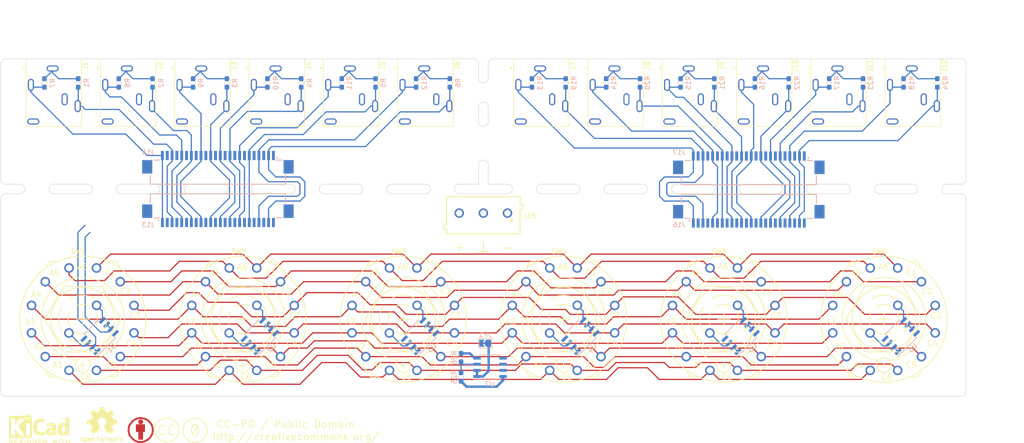
<source format=kicad_pcb>
(kicad_pcb (version 20171130) (host pcbnew 5.0.2-bee76a0~70~ubuntu18.04.1)
  (title_block (title "AB AudioMatrix 6x6") (date 2020-05-15) (rev v3.4) (company AudioBürokrat) (comment 1 "Created by HansAchterbahn") (comment 2 "Licence: CC BY 4.0"))
  (layers (0 F.Cu signal) (1 In1.Cu power hide) (2 In2.Cu power hide) (31 B.Cu signal) (34 B.Paste user) (35 F.Paste user) (36 B.SilkS user) (37 F.SilkS user) (38 B.Mask user) (39 F.Mask user) (44 Edge.Cuts user))
  (net 0 "")
  (net 1 GND)
  (net 2 In6L)
  (net 3 In6R)
  (net 4 In5L)
  (net 5 In5R)
  (net 6 In4L)
  (net 7 In4R)
  (net 8 In3L)
  (net 9 In3R)
  (net 10 In2L)
  (net 11 In2R)
  (net 12 In1L)
  (net 13 In1R)
  (net 14 +9V)
  (net 15 -9V)
  (net 16 Out1R)
  (net 17 Out1L)
  (net 18 Out2R)
  (net 19 Out2L)
  (net 20 Out3R)
  (net 21 Out3L)
  (net 22 Out4R)
  (net 23 Out4L)
  (net 24 Out5R)
  (net 25 Out5L)
  (net 26 Out6R)
  (net 27 Out6L)
  (net 28 "Net-(SW1-Pad13)")
  (net 29 "Net-(SW1-Pad14)")
  (net 30 "Net-(SW2-Pad14)")
  (net 31 "Net-(SW2-Pad13)")
  (net 32 "Net-(SW3-Pad13)")
  (net 33 "Net-(SW3-Pad14)")
  (net 34 "Net-(SW4-Pad14)")
  (net 35 "Net-(SW4-Pad13)")
  (net 36 "Net-(SW5-Pad13)")
  (net 37 "Net-(SW5-Pad14)")
  (net 38 "Net-(SW6-Pad14)")
  (net 39 "Net-(SW6-Pad13)")
  (net 40 "Net-(JP1-Pad1)")
  (net 41 "Net-(R25-Pad1)")
  (module h8-Connectors:Wuerth-686124188622 (layer B.Cu) (at 88 101 180)
    (fp_text reference J14 (at 13 3 180) (layer B.SilkS) (effects (justify left bottom mirror)))
    (fp_text value Conn_01x24)
    (pad 1 smd rect (at -11.5 2.95 90) (size 1.9 0.6) (layers B.Cu B.Paste B.Mask) (net 1 GND))
    (pad 2 smd rect (at -10.5 2.95 90) (size 1.9 0.6) (layers B.Cu B.Paste B.Mask) (net 3 In6R))
    (pad 3 smd rect (at -9.5 2.95 90) (size 1.9 0.6) (layers B.Cu B.Paste B.Mask) (net 1 GND))
    (pad 4 smd rect (at -8.5 2.95 90) (size 1.9 0.6) (layers B.Cu B.Paste B.Mask) (net 2 In6L))
    (pad Z1 smd rect (at -14.65 0.6 180) (size 2.1 2.8) (layers B.Cu B.Paste B.Mask))
    (pad Z2 smd rect (at 14.65 0.6 180) (size 2.1 2.8) (layers B.Cu B.Paste B.Mask))
    (pad 5 smd rect (at -7.5 2.95 90) (size 1.9 0.6) (layers B.Cu B.Paste B.Mask) (net 1 GND))
    (pad 6 smd rect (at -6.5 2.95 90) (size 1.9 0.6) (layers B.Cu B.Paste B.Mask) (net 5 In5R))
    (pad 7 smd rect (at -5.5 2.95 90) (size 1.9 0.6) (layers B.Cu B.Paste B.Mask) (net 1 GND))
    (pad 8 smd rect (at -4.5 2.95 90) (size 1.9 0.6) (layers B.Cu B.Paste B.Mask) (net 4 In5L))
    (pad 9 smd rect (at -3.5 2.95 90) (size 1.9 0.6) (layers B.Cu B.Paste B.Mask) (net 1 GND))
    (pad 10 smd rect (at -2.5 2.95 90) (size 1.9 0.6) (layers B.Cu B.Paste B.Mask) (net 7 In4R))
    (pad 11 smd rect (at -1.5 2.95 90) (size 1.9 0.6) (layers B.Cu B.Paste B.Mask) (net 1 GND))
    (pad 12 smd rect (at -0.5 2.95 90) (size 1.9 0.6) (layers B.Cu B.Paste B.Mask) (net 6 In4L))
    (pad 13 smd rect (at 0.5 2.95 90) (size 1.9 0.6) (layers B.Cu B.Paste B.Mask) (net 1 GND))
    (pad 14 smd rect (at 1.5 2.95 90) (size 1.9 0.6) (layers B.Cu B.Paste B.Mask) (net 9 In3R))
    (pad 15 smd rect (at 2.5 2.95 90) (size 1.9 0.6) (layers B.Cu B.Paste B.Mask) (net 1 GND))
    (pad 16 smd rect (at 3.5 2.95 90) (size 1.9 0.6) (layers B.Cu B.Paste B.Mask) (net 8 In3L))
    (pad 17 smd rect (at 4.5 2.95 90) (size 1.9 0.6) (layers B.Cu B.Paste B.Mask) (net 1 GND))
    (pad 18 smd rect (at 5.5 2.95 90) (size 1.9 0.6) (layers B.Cu B.Paste B.Mask) (net 11 In2R))
    (pad 19 smd rect (at 6.5 2.95 90) (size 1.9 0.6) (layers B.Cu B.Paste B.Mask) (net 1 GND))
    (pad 20 smd rect (at 7.5 2.95 90) (size 1.9 0.6) (layers B.Cu B.Paste B.Mask) (net 10 In2L))
    (pad 21 smd rect (at 8.5 2.95 90) (size 1.9 0.6) (layers B.Cu B.Paste B.Mask) (net 1 GND))
    (pad 22 smd rect (at 9.5 2.95 90) (size 1.9 0.6) (layers B.Cu B.Paste B.Mask) (net 13 In1R))
    (pad 23 smd rect (at 10.5 2.95 90) (size 1.9 0.6) (layers B.Cu B.Paste B.Mask) (net 1 GND))
    (pad 24 smd rect (at 11.5 2.95 90) (size 1.9 0.6) (layers B.Cu B.Paste B.Mask) (net 12 In1L))
  )
  (module h8-Connectors:Wuerth-686124188622 (layer B.Cu) (at 198 109.104157)
    (fp_text reference J16 (at -13 3.895843) (layer B.SilkS) (effects (justify left bottom mirror)))
    (fp_text value Conn_01x24)
    (pad 1 smd rect (at -11.5 2.95 270) (size 1.9 0.6) (layers B.Cu B.Paste B.Mask) (net 17 Out1L))
    (pad 2 smd rect (at -10.5 2.95 270) (size 1.9 0.6) (layers B.Cu B.Paste B.Mask) (net 1 GND))
    (pad 3 smd rect (at -9.5 2.95 270) (size 1.9 0.6) (layers B.Cu B.Paste B.Mask) (net 16 Out1R))
    (pad 4 smd rect (at -8.5 2.95 270) (size 1.9 0.6) (layers B.Cu B.Paste B.Mask) (net 1 GND))
    (pad Z1 smd rect (at -14.65 0.6) (size 2.1 2.8) (layers B.Cu B.Paste B.Mask))
    (pad Z2 smd rect (at 14.65 0.6) (size 2.1 2.8) (layers B.Cu B.Paste B.Mask))
    (pad 5 smd rect (at -7.5 2.95 270) (size 1.9 0.6) (layers B.Cu B.Paste B.Mask) (net 19 Out2L))
    (pad 6 smd rect (at -6.5 2.95 270) (size 1.9 0.6) (layers B.Cu B.Paste B.Mask) (net 1 GND))
    (pad 7 smd rect (at -5.5 2.95 270) (size 1.9 0.6) (layers B.Cu B.Paste B.Mask) (net 18 Out2R))
    (pad 8 smd rect (at -4.5 2.95 270) (size 1.9 0.6) (layers B.Cu B.Paste B.Mask) (net 1 GND))
    (pad 9 smd rect (at -3.5 2.95 270) (size 1.9 0.6) (layers B.Cu B.Paste B.Mask) (net 21 Out3L))
    (pad 10 smd rect (at -2.5 2.95 270) (size 1.9 0.6) (layers B.Cu B.Paste B.Mask) (net 1 GND))
    (pad 11 smd rect (at -1.5 2.95 270) (size 1.9 0.6) (layers B.Cu B.Paste B.Mask) (net 20 Out3R))
    (pad 12 smd rect (at -0.5 2.95 270) (size 1.9 0.6) (layers B.Cu B.Paste B.Mask) (net 1 GND))
    (pad 13 smd rect (at 0.5 2.95 270) (size 1.9 0.6) (layers B.Cu B.Paste B.Mask) (net 23 Out4L))
    (pad 14 smd rect (at 1.5 2.95 270) (size 1.9 0.6) (layers B.Cu B.Paste B.Mask) (net 1 GND))
    (pad 15 smd rect (at 2.5 2.95 270) (size 1.9 0.6) (layers B.Cu B.Paste B.Mask) (net 22 Out4R))
    (pad 16 smd rect (at 3.5 2.95 270) (size 1.9 0.6) (layers B.Cu B.Paste B.Mask) (net 1 GND))
    (pad 17 smd rect (at 4.5 2.95 270) (size 1.9 0.6) (layers B.Cu B.Paste B.Mask) (net 25 Out5L))
    (pad 18 smd rect (at 5.5 2.95 270) (size 1.9 0.6) (layers B.Cu B.Paste B.Mask) (net 1 GND))
    (pad 19 smd rect (at 6.5 2.95 270) (size 1.9 0.6) (layers B.Cu B.Paste B.Mask) (net 24 Out5R))
    (pad 20 smd rect (at 7.5 2.95 270) (size 1.9 0.6) (layers B.Cu B.Paste B.Mask) (net 1 GND))
    (pad 21 smd rect (at 8.5 2.95 270) (size 1.9 0.6) (layers B.Cu B.Paste B.Mask) (net 27 Out6L))
    (pad 22 smd rect (at 9.5 2.95 270) (size 1.9 0.6) (layers B.Cu B.Paste B.Mask) (net 1 GND))
    (pad 23 smd rect (at 10.5 2.95 270) (size 1.9 0.6) (layers B.Cu B.Paste B.Mask) (net 26 Out6R))
    (pad 24 smd rect (at 11.5 2.95 270) (size 1.9 0.6) (layers B.Cu B.Paste B.Mask) (net 1 GND))
  )
  (module h8-Connectors:Switchcraft-35RAPC4BH3 (layer F.Cu) (at 69.4 85 270)
    (fp_text reference J2 (at -5.57705 -6.55951 270) (layer F.SilkS))
    (fp_text value Switchcraft-35RAPC4BH3 hide)
    (pad 5 thru_hole oval (at -1.6 4.75 270) (size 2.516 1.258) (drill oval 2 0.75) (layers *.Cu *.Mask) (net 10 In2L))
    (pad 4 thru_hole oval (at 6 4.25 180) (size 2.516 1.258) (drill oval 2 0.75) (layers *.Cu *.Mask) (net 1 GND))
    (pad 3 thru_hole oval (at 1.4 -2.25 90) (size 2.516 1.258) (drill oval 2 0.75) (layers *.Cu *.Mask) (net 1 GND))
    (pad 2 thru_hole oval (at 2.8 -4.95 90) (size 2.516 1.258) (drill oval 2 0.75) (layers *.Cu *.Mask) (net 11 In2R))
    (pad 1 thru_hole oval (at -5 0.25) (size 2.516 1.258) (drill oval 2 0.75) (layers *.Cu *.Mask) (net 1 GND))
  )
  (module h8-Connectors:Wuerth-691102710003 (layer F.Cu) (at 143 110 180)
    (fp_text reference J15 (at -11 0 180) (layer F.SilkS) (effects (justify right top)))
    (fp_text value Screw_Terminal_01x03)
    (pad 2 thru_hole circle (at 0 0 180) (size 1.95 1.95) (drill 1.3) (layers *.Cu *.Mask) (net 1 GND))
    (pad 1 thru_hole circle (at -5 0 180) (size 1.95 1.95) (drill 1.3) (layers *.Cu *.Mask) (net 15 -9V))
    (pad 3 thru_hole circle (at 5 0 180) (size 1.95 1.95) (drill 1.3) (layers *.Cu *.Mask) (net 14 +9V))
  )
  (module h8-Connectors:Switchcraft-35RAPC4BH3 (layer F.Cu) (at 54 85 270)
    (fp_text reference J1 (at -5.57705 -6.55951 270) (layer F.SilkS))
    (fp_text value Switchcraft-35RAPC4BH3 hide)
    (pad 5 thru_hole oval (at -1.6 4.75 270) (size 2.516 1.258) (drill oval 2 0.75) (layers *.Cu *.Mask) (net 12 In1L))
    (pad 4 thru_hole oval (at 6 4.25 180) (size 2.516 1.258) (drill oval 2 0.75) (layers *.Cu *.Mask) (net 1 GND))
    (pad 3 thru_hole oval (at 1.4 -2.25 90) (size 2.516 1.258) (drill oval 2 0.75) (layers *.Cu *.Mask) (net 1 GND))
    (pad 2 thru_hole oval (at 2.8 -4.95 90) (size 2.516 1.258) (drill oval 2 0.75) (layers *.Cu *.Mask) (net 13 In1R))
    (pad 1 thru_hole oval (at -5 0.25) (size 2.516 1.258) (drill oval 2 0.75) (layers *.Cu *.Mask) (net 1 GND))
  )
  (module h8-Connectors:Switchcraft-35RAPC4BH3 (layer F.Cu) (at 84.8 85 270)
    (fp_text reference J3 (at -5.57705 -6.55951 270) (layer F.SilkS))
    (fp_text value Switchcraft-35RAPC4BH3 hide)
    (pad 5 thru_hole oval (at -1.6 4.75 270) (size 2.516 1.258) (drill oval 2 0.75) (layers *.Cu *.Mask) (net 8 In3L))
    (pad 4 thru_hole oval (at 6 4.25 180) (size 2.516 1.258) (drill oval 2 0.75) (layers *.Cu *.Mask) (net 1 GND))
    (pad 3 thru_hole oval (at 1.4 -2.25 90) (size 2.516 1.258) (drill oval 2 0.75) (layers *.Cu *.Mask) (net 1 GND))
    (pad 2 thru_hole oval (at 2.8 -4.95 90) (size 2.516 1.258) (drill oval 2 0.75) (layers *.Cu *.Mask) (net 9 In3R))
    (pad 1 thru_hole oval (at -5 0.25) (size 2.516 1.258) (drill oval 2 0.75) (layers *.Cu *.Mask) (net 1 GND))
  )
  (module h8-Connectors:Switchcraft-35RAPC4BH3 (layer F.Cu) (at 100.2 85 270)
    (fp_text reference J4 (at -5.57705 -6.55951 270) (layer F.SilkS))
    (fp_text value Switchcraft-35RAPC4BH3 hide)
    (pad 5 thru_hole oval (at -1.6 4.75 270) (size 2.516 1.258) (drill oval 2 0.75) (layers *.Cu *.Mask) (net 6 In4L))
    (pad 4 thru_hole oval (at 6 4.25 180) (size 2.516 1.258) (drill oval 2 0.75) (layers *.Cu *.Mask) (net 1 GND))
    (pad 3 thru_hole oval (at 1.4 -2.25 90) (size 2.516 1.258) (drill oval 2 0.75) (layers *.Cu *.Mask) (net 1 GND))
    (pad 2 thru_hole oval (at 2.8 -4.95 90) (size 2.516 1.258) (drill oval 2 0.75) (layers *.Cu *.Mask) (net 7 In4R))
    (pad 1 thru_hole oval (at -5 0.25) (size 2.516 1.258) (drill oval 2 0.75) (layers *.Cu *.Mask) (net 1 GND))
  )
  (module h8-Connectors:Switchcraft-35RAPC4BH3 (layer F.Cu) (at 115.6 85 270)
    (fp_text reference J5 (at -5.57705 -6.55951 270) (layer F.SilkS))
    (fp_text value Switchcraft-35RAPC4BH3 hide)
    (pad 5 thru_hole oval (at -1.6 4.75 270) (size 2.516 1.258) (drill oval 2 0.75) (layers *.Cu *.Mask) (net 4 In5L))
    (pad 4 thru_hole oval (at 6 4.25 180) (size 2.516 1.258) (drill oval 2 0.75) (layers *.Cu *.Mask) (net 1 GND))
    (pad 3 thru_hole oval (at 1.4 -2.25 90) (size 2.516 1.258) (drill oval 2 0.75) (layers *.Cu *.Mask) (net 1 GND))
    (pad 2 thru_hole oval (at 2.8 -4.95 90) (size 2.516 1.258) (drill oval 2 0.75) (layers *.Cu *.Mask) (net 5 In5R))
    (pad 1 thru_hole oval (at -5 0.25) (size 2.516 1.258) (drill oval 2 0.75) (layers *.Cu *.Mask) (net 1 GND))
  )
  (module h8-Connectors:Switchcraft-35RAPC4BH3 (layer F.Cu) (at 131 85 270)
    (fp_text reference J6 (at -5.57705 -6.55951 270) (layer F.SilkS))
    (fp_text value Switchcraft-35RAPC4BH3 hide)
    (pad 5 thru_hole oval (at -1.6 4.75 270) (size 2.516 1.258) (drill oval 2 0.75) (layers *.Cu *.Mask) (net 2 In6L))
    (pad 4 thru_hole oval (at 6 4.25 180) (size 2.516 1.258) (drill oval 2 0.75) (layers *.Cu *.Mask) (net 1 GND))
    (pad 3 thru_hole oval (at 1.4 -2.25 90) (size 2.516 1.258) (drill oval 2 0.75) (layers *.Cu *.Mask) (net 1 GND))
    (pad 2 thru_hole oval (at 2.8 -4.95 90) (size 2.516 1.258) (drill oval 2 0.75) (layers *.Cu *.Mask) (net 3 In6R))
    (pad 1 thru_hole oval (at -5 0.25) (size 2.516 1.258) (drill oval 2 0.75) (layers *.Cu *.Mask) (net 1 GND))
  )
  (module h8-Connectors:Switchcraft-35RAPC4BH3 (layer F.Cu) (at 155 85 270)
    (fp_text reference J7 (at -5.57705 -6.55951 270) (layer F.SilkS))
    (fp_text value Switchcraft-35RAPC4BH3 hide)
    (pad 5 thru_hole oval (at -1.6 4.75 270) (size 2.516 1.258) (drill oval 2 0.75) (layers *.Cu *.Mask) (net 17 Out1L))
    (pad 4 thru_hole oval (at 6 4.25 180) (size 2.516 1.258) (drill oval 2 0.75) (layers *.Cu *.Mask) (net 1 GND))
    (pad 3 thru_hole oval (at 1.4 -2.25 90) (size 2.516 1.258) (drill oval 2 0.75) (layers *.Cu *.Mask) (net 1 GND))
    (pad 2 thru_hole oval (at 2.8 -4.95 90) (size 2.516 1.258) (drill oval 2 0.75) (layers *.Cu *.Mask) (net 16 Out1R))
    (pad 1 thru_hole oval (at -5 0.25) (size 2.516 1.258) (drill oval 2 0.75) (layers *.Cu *.Mask) (net 1 GND))
  )
  (module h8-Connectors:Switchcraft-35RAPC4BH3 (layer F.Cu) (at 170.4 85 270)
    (fp_text reference J8 (at -5.57705 -6.55951 270) (layer F.SilkS))
    (fp_text value Switchcraft-35RAPC4BH3 hide)
    (pad 5 thru_hole oval (at -1.6 4.75 270) (size 2.516 1.258) (drill oval 2 0.75) (layers *.Cu *.Mask) (net 19 Out2L))
    (pad 4 thru_hole oval (at 6 4.25 180) (size 2.516 1.258) (drill oval 2 0.75) (layers *.Cu *.Mask) (net 1 GND))
    (pad 3 thru_hole oval (at 1.4 -2.25 90) (size 2.516 1.258) (drill oval 2 0.75) (layers *.Cu *.Mask) (net 1 GND))
    (pad 2 thru_hole oval (at 2.8 -4.95 90) (size 2.516 1.258) (drill oval 2 0.75) (layers *.Cu *.Mask) (net 18 Out2R))
    (pad 1 thru_hole oval (at -5 0.25) (size 2.516 1.258) (drill oval 2 0.75) (layers *.Cu *.Mask) (net 1 GND))
  )
  (module h8-Connectors:Switchcraft-35RAPC4BH3 (layer F.Cu) (at 185.8 85 270)
    (fp_text reference J9 (at -5.57705 -6.55951 270) (layer F.SilkS))
    (fp_text value Switchcraft-35RAPC4BH3 hide)
    (pad 5 thru_hole oval (at -1.6 4.75 270) (size 2.516 1.258) (drill oval 2 0.75) (layers *.Cu *.Mask) (net 21 Out3L))
    (pad 4 thru_hole oval (at 6 4.25 180) (size 2.516 1.258) (drill oval 2 0.75) (layers *.Cu *.Mask) (net 1 GND))
    (pad 3 thru_hole oval (at 1.4 -2.25 90) (size 2.516 1.258) (drill oval 2 0.75) (layers *.Cu *.Mask) (net 1 GND))
    (pad 2 thru_hole oval (at 2.8 -4.95 90) (size 2.516 1.258) (drill oval 2 0.75) (layers *.Cu *.Mask) (net 20 Out3R))
    (pad 1 thru_hole oval (at -5 0.25) (size 2.516 1.258) (drill oval 2 0.75) (layers *.Cu *.Mask) (net 1 GND))
  )
  (module h8-Connectors:Switchcraft-35RAPC4BH3 (layer F.Cu) (at 201.2 85 270)
    (fp_text reference J10 (at -5.57705 -6.55951 270) (layer F.SilkS))
    (fp_text value Switchcraft-35RAPC4BH3 hide)
    (pad 5 thru_hole oval (at -1.6 4.75 270) (size 2.516 1.258) (drill oval 2 0.75) (layers *.Cu *.Mask) (net 23 Out4L))
    (pad 4 thru_hole oval (at 6 4.25 180) (size 2.516 1.258) (drill oval 2 0.75) (layers *.Cu *.Mask) (net 1 GND))
    (pad 3 thru_hole oval (at 1.4 -2.25 90) (size 2.516 1.258) (drill oval 2 0.75) (layers *.Cu *.Mask) (net 1 GND))
    (pad 2 thru_hole oval (at 2.8 -4.95 90) (size 2.516 1.258) (drill oval 2 0.75) (layers *.Cu *.Mask) (net 22 Out4R))
    (pad 1 thru_hole oval (at -5 0.25) (size 2.516 1.258) (drill oval 2 0.75) (layers *.Cu *.Mask) (net 1 GND))
  )
  (module h8-Connectors:Switchcraft-35RAPC4BH3 (layer F.Cu) (at 216.6 85 270)
    (fp_text reference J11 (at -5.57705 -6.55951 270) (layer F.SilkS))
    (fp_text value Switchcraft-35RAPC4BH3 hide)
    (pad 5 thru_hole oval (at -1.6 4.75 270) (size 2.516 1.258) (drill oval 2 0.75) (layers *.Cu *.Mask) (net 25 Out5L))
    (pad 4 thru_hole oval (at 6 4.25 180) (size 2.516 1.258) (drill oval 2 0.75) (layers *.Cu *.Mask) (net 1 GND))
    (pad 3 thru_hole oval (at 1.4 -2.25 90) (size 2.516 1.258) (drill oval 2 0.75) (layers *.Cu *.Mask) (net 1 GND))
    (pad 2 thru_hole oval (at 2.8 -4.95 90) (size 2.516 1.258) (drill oval 2 0.75) (layers *.Cu *.Mask) (net 24 Out5R))
    (pad 1 thru_hole oval (at -5 0.25) (size 2.516 1.258) (drill oval 2 0.75) (layers *.Cu *.Mask) (net 1 GND))
  )
  (module h8-Connectors:Switchcraft-35RAPC4BH3 (layer F.Cu) (at 232 85 270)
    (fp_text reference J12 (at -5.57705 -6.55951 270) (layer F.SilkS))
    (fp_text value Switchcraft-35RAPC4BH3 hide)
    (pad 5 thru_hole oval (at -1.6 4.75 270) (size 2.516 1.258) (drill oval 2 0.75) (layers *.Cu *.Mask) (net 27 Out6L))
    (pad 4 thru_hole oval (at 6 4.25 180) (size 2.516 1.258) (drill oval 2 0.75) (layers *.Cu *.Mask) (net 1 GND))
    (pad 3 thru_hole oval (at 1.4 -2.25 90) (size 2.516 1.258) (drill oval 2 0.75) (layers *.Cu *.Mask) (net 1 GND))
    (pad 2 thru_hole oval (at 2.8 -4.95 90) (size 2.516 1.258) (drill oval 2 0.75) (layers *.Cu *.Mask) (net 26 Out6R))
    (pad 1 thru_hole oval (at -5 0.25) (size 2.516 1.258) (drill oval 2 0.75) (layers *.Cu *.Mask) (net 1 GND))
  )
  (module h8-Connectors:Wuerth-686124188622 (layer B.Cu) (at 88 109)
    (fp_text reference J13 (at -13 4) (layer B.SilkS) (effects (justify left bottom mirror)))
    (fp_text value Conn_01x24)
    (pad 1 smd rect (at -11.5 2.95 270) (size 1.9 0.6) (layers B.Cu B.Paste B.Mask) (net 12 In1L))
    (pad 2 smd rect (at -10.5 2.95 270) (size 1.9 0.6) (layers B.Cu B.Paste B.Mask) (net 1 GND))
    (pad 3 smd rect (at -9.5 2.95 270) (size 1.9 0.6) (layers B.Cu B.Paste B.Mask) (net 13 In1R))
    (pad 4 smd rect (at -8.5 2.95 270) (size 1.9 0.6) (layers B.Cu B.Paste B.Mask) (net 1 GND))
    (pad Z1 smd rect (at -14.65 0.6) (size 2.1 2.8) (layers B.Cu B.Paste B.Mask))
    (pad Z2 smd rect (at 14.65 0.6) (size 2.1 2.8) (layers B.Cu B.Paste B.Mask))
    (pad 5 smd rect (at -7.5 2.95 270) (size 1.9 0.6) (layers B.Cu B.Paste B.Mask) (net 10 In2L))
    (pad 6 smd rect (at -6.5 2.95 270) (size 1.9 0.6) (layers B.Cu B.Paste B.Mask) (net 1 GND))
    (pad 7 smd rect (at -5.5 2.95 270) (size 1.9 0.6) (layers B.Cu B.Paste B.Mask) (net 11 In2R))
    (pad 8 smd rect (at -4.5 2.95 270) (size 1.9 0.6) (layers B.Cu B.Paste B.Mask) (net 1 GND))
    (pad 9 smd rect (at -3.5 2.95 270) (size 1.9 0.6) (layers B.Cu B.Paste B.Mask) (net 8 In3L))
    (pad 10 smd rect (at -2.5 2.95 270) (size 1.9 0.6) (layers B.Cu B.Paste B.Mask) (net 1 GND))
    (pad 11 smd rect (at -1.5 2.95 270) (size 1.9 0.6) (layers B.Cu B.Paste B.Mask) (net 9 In3R))
    (pad 12 smd rect (at -0.5 2.95 270) (size 1.9 0.6) (layers B.Cu B.Paste B.Mask) (net 1 GND))
    (pad 13 smd rect (at 0.5 2.95 270) (size 1.9 0.6) (layers B.Cu B.Paste B.Mask) (net 6 In4L))
    (pad 14 smd rect (at 1.5 2.95 270) (size 1.9 0.6) (layers B.Cu B.Paste B.Mask) (net 1 GND))
    (pad 15 smd rect (at 2.5 2.95 270) (size 1.9 0.6) (layers B.Cu B.Paste B.Mask) (net 7 In4R))
    (pad 16 smd rect (at 3.5 2.95 270) (size 1.9 0.6) (layers B.Cu B.Paste B.Mask) (net 1 GND))
    (pad 17 smd rect (at 4.5 2.95 270) (size 1.9 0.6) (layers B.Cu B.Paste B.Mask) (net 4 In5L))
    (pad 18 smd rect (at 5.5 2.95 270) (size 1.9 0.6) (layers B.Cu B.Paste B.Mask) (net 1 GND))
    (pad 19 smd rect (at 6.5 2.95 270) (size 1.9 0.6) (layers B.Cu B.Paste B.Mask) (net 5 In5R))
    (pad 20 smd rect (at 7.5 2.95 270) (size 1.9 0.6) (layers B.Cu B.Paste B.Mask) (net 1 GND))
    (pad 21 smd rect (at 8.5 2.95 270) (size 1.9 0.6) (layers B.Cu B.Paste B.Mask) (net 2 In6L))
    (pad 22 smd rect (at 9.5 2.95 270) (size 1.9 0.6) (layers B.Cu B.Paste B.Mask) (net 1 GND))
    (pad 23 smd rect (at 10.5 2.95 270) (size 1.9 0.6) (layers B.Cu B.Paste B.Mask) (net 3 In6R))
    (pad 24 smd rect (at 11.5 2.95 270) (size 1.9 0.6) (layers B.Cu B.Paste B.Mask) (net 1 GND))
  )
  (module h8-Connectors:Wuerth-686124188622 (layer B.Cu) (at 198 101.104157 180)
    (fp_text reference J17 (at 13 3.104157 180) (layer B.SilkS) (effects (justify left bottom mirror)))
    (fp_text value Conn_01x24)
    (pad 1 smd rect (at -11.5 2.95 90) (size 1.9 0.6) (layers B.Cu B.Paste B.Mask) (net 1 GND))
    (pad 2 smd rect (at -10.5 2.95 90) (size 1.9 0.6) (layers B.Cu B.Paste B.Mask) (net 26 Out6R))
    (pad 3 smd rect (at -9.5 2.95 90) (size 1.9 0.6) (layers B.Cu B.Paste B.Mask) (net 1 GND))
    (pad 4 smd rect (at -8.5 2.95 90) (size 1.9 0.6) (layers B.Cu B.Paste B.Mask) (net 27 Out6L))
    (pad Z1 smd rect (at -14.65 0.6 180) (size 2.1 2.8) (layers B.Cu B.Paste B.Mask))
    (pad Z2 smd rect (at 14.65 0.6 180) (size 2.1 2.8) (layers B.Cu B.Paste B.Mask))
    (pad 5 smd rect (at -7.5 2.95 90) (size 1.9 0.6) (layers B.Cu B.Paste B.Mask) (net 1 GND))
    (pad 6 smd rect (at -6.5 2.95 90) (size 1.9 0.6) (layers B.Cu B.Paste B.Mask) (net 24 Out5R))
    (pad 7 smd rect (at -5.5 2.95 90) (size 1.9 0.6) (layers B.Cu B.Paste B.Mask) (net 1 GND))
    (pad 8 smd rect (at -4.5 2.95 90) (size 1.9 0.6) (layers B.Cu B.Paste B.Mask) (net 25 Out5L))
    (pad 9 smd rect (at -3.5 2.95 90) (size 1.9 0.6) (layers B.Cu B.Paste B.Mask) (net 1 GND))
    (pad 10 smd rect (at -2.5 2.95 90) (size 1.9 0.6) (layers B.Cu B.Paste B.Mask) (net 22 Out4R))
    (pad 11 smd rect (at -1.5 2.95 90) (size 1.9 0.6) (layers B.Cu B.Paste B.Mask) (net 1 GND))
    (pad 12 smd rect (at -0.5 2.95 90) (size 1.9 0.6) (layers B.Cu B.Paste B.Mask) (net 23 Out4L))
    (pad 13 smd rect (at 0.5 2.95 90) (size 1.9 0.6) (layers B.Cu B.Paste B.Mask) (net 1 GND))
    (pad 14 smd rect (at 1.5 2.95 90) (size 1.9 0.6) (layers B.Cu B.Paste B.Mask) (net 20 Out3R))
    (pad 15 smd rect (at 2.5 2.95 90) (size 1.9 0.6) (layers B.Cu B.Paste B.Mask) (net 1 GND))
    (pad 16 smd rect (at 3.5 2.95 90) (size 1.9 0.6) (layers B.Cu B.Paste B.Mask) (net 21 Out3L))
    (pad 17 smd rect (at 4.5 2.95 90) (size 1.9 0.6) (layers B.Cu B.Paste B.Mask) (net 1 GND))
    (pad 18 smd rect (at 5.5 2.95 90) (size 1.9 0.6) (layers B.Cu B.Paste B.Mask) (net 18 Out2R))
    (pad 19 smd rect (at 6.5 2.95 90) (size 1.9 0.6) (layers B.Cu B.Paste B.Mask) (net 1 GND))
    (pad 20 smd rect (at 7.5 2.95 90) (size 1.9 0.6) (layers B.Cu B.Paste B.Mask) (net 19 Out2L))
    (pad 21 smd rect (at 8.5 2.95 90) (size 1.9 0.6) (layers B.Cu B.Paste B.Mask) (net 1 GND))
    (pad 22 smd rect (at 9.5 2.95 90) (size 1.9 0.6) (layers B.Cu B.Paste B.Mask) (net 16 Out1R))
    (pad 23 smd rect (at 10.5 2.95 90) (size 1.9 0.6) (layers B.Cu B.Paste B.Mask) (net 1 GND))
    (pad 24 smd rect (at 11.5 2.95 90) (size 1.9 0.6) (layers B.Cu B.Paste B.Mask) (net 17 Out1L))
  )
  (module Resistor_SMD:R_0603_1608Metric_Pad1.05x0.95mm_HandSolder (layer B.Cu) (at 59.0585 83 90)
    (fp_text reference R1 (at 0 1.6915 90) (layer B.SilkS) (effects (justify mirror)))
    (fp_text value 100k)
    (pad 2 smd roundrect (at 0.875 0 90) (size 1.05 0.95) (layers B.Cu B.Paste B.Mask) (net 1 GND))
    (pad 1 smd roundrect (at -0.875 0 90) (size 1.05 0.95) (layers B.Cu B.Paste B.Mask) (net 13 In1R))
  )
  (module Resistor_SMD:R_0603_1608Metric_Pad1.05x0.95mm_HandSolder (layer B.Cu) (at 74.4585 83 90)
    (fp_text reference R2 (at 0 1.7915 90) (layer B.SilkS) (effects (justify mirror)))
    (fp_text value 100k)
    (pad 2 smd roundrect (at 0.875 0 90) (size 1.05 0.95) (layers B.Cu B.Paste B.Mask) (net 1 GND))
    (pad 1 smd roundrect (at -0.875 0 90) (size 1.05 0.95) (layers B.Cu B.Paste B.Mask) (net 11 In2R))
  )
  (module Resistor_SMD:R_0603_1608Metric_Pad1.05x0.95mm_HandSolder (layer B.Cu) (at 89.8585 83 90)
    (fp_text reference R3 (at 0 1.6415 90) (layer B.SilkS) (effects (justify mirror)))
    (fp_text value 100k)
    (pad 2 smd roundrect (at 0.875 0 90) (size 1.05 0.95) (layers B.Cu B.Paste B.Mask) (net 1 GND))
    (pad 1 smd roundrect (at -0.875 0 90) (size 1.05 0.95) (layers B.Cu B.Paste B.Mask) (net 9 In3R))
  )
  (module Resistor_SMD:R_0603_1608Metric_Pad1.05x0.95mm_HandSolder (layer B.Cu) (at 105.2585 83 90)
    (fp_text reference R4 (at 0 1.7415 90) (layer B.SilkS) (effects (justify mirror)))
    (fp_text value 100k)
    (pad 2 smd roundrect (at 0.875 0 90) (size 1.05 0.95) (layers B.Cu B.Paste B.Mask) (net 1 GND))
    (pad 1 smd roundrect (at -0.875 0 90) (size 1.05 0.95) (layers B.Cu B.Paste B.Mask) (net 7 In4R))
  )
  (module Resistor_SMD:R_0603_1608Metric_Pad1.05x0.95mm_HandSolder (layer B.Cu) (at 120.6585 83 90)
    (fp_text reference R5 (at 0 1.5915 90) (layer B.SilkS) (effects (justify mirror)))
    (fp_text value 100k)
    (pad 2 smd roundrect (at 0.875 0 90) (size 1.05 0.95) (layers B.Cu B.Paste B.Mask) (net 1 GND))
    (pad 1 smd roundrect (at -0.875 0 90) (size 1.05 0.95) (layers B.Cu B.Paste B.Mask) (net 5 In5R))
  )
  (module Resistor_SMD:R_0603_1608Metric_Pad1.05x0.95mm_HandSolder (layer B.Cu) (at 136.0585 83 90)
    (fp_text reference R6 (at 0 1.6915 90) (layer B.SilkS) (effects (justify mirror)))
    (fp_text value 100k)
    (pad 2 smd roundrect (at 0.875 0 90) (size 1.05 0.95) (layers B.Cu B.Paste B.Mask) (net 1 GND))
    (pad 1 smd roundrect (at -0.875 0 90) (size 1.05 0.95) (layers B.Cu B.Paste B.Mask) (net 3 In6R))
  )
  (module Resistor_SMD:R_0603_1608Metric_Pad1.05x0.95mm_HandSolder (layer B.Cu) (at 52.0585 83 90)
    (fp_text reference R7 (at 0 1.6915 90) (layer B.SilkS) (effects (justify mirror)))
    (fp_text value 100k)
    (pad 2 smd roundrect (at 0.875 0 90) (size 1.05 0.95) (layers B.Cu B.Paste B.Mask) (net 1 GND))
    (pad 1 smd roundrect (at -0.875 0 90) (size 1.05 0.95) (layers B.Cu B.Paste B.Mask) (net 12 In1L))
  )
  (module Resistor_SMD:R_0603_1608Metric_Pad1.05x0.95mm_HandSolder (layer B.Cu) (at 67.4585 83 90)
    (fp_text reference R8 (at 0 1.7915 90) (layer B.SilkS) (effects (justify mirror)))
    (fp_text value 100k)
    (pad 2 smd roundrect (at 0.875 0 90) (size 1.05 0.95) (layers B.Cu B.Paste B.Mask) (net 1 GND))
    (pad 1 smd roundrect (at -0.875 0 90) (size 1.05 0.95) (layers B.Cu B.Paste B.Mask) (net 10 In2L))
  )
  (module Resistor_SMD:R_0603_1608Metric_Pad1.05x0.95mm_HandSolder (layer B.Cu) (at 82.8585 83 90)
    (fp_text reference R9 (at 0 1.6415 90) (layer B.SilkS) (effects (justify mirror)))
    (fp_text value 100k)
    (pad 2 smd roundrect (at 0.875 0 90) (size 1.05 0.95) (layers B.Cu B.Paste B.Mask) (net 1 GND))
    (pad 1 smd roundrect (at -0.875 0 90) (size 1.05 0.95) (layers B.Cu B.Paste B.Mask) (net 8 In3L))
  )
  (module Resistor_SMD:R_0603_1608Metric_Pad1.05x0.95mm_HandSolder (layer B.Cu) (at 98.2585 83 90)
    (fp_text reference R10 (at 0 1.7415 90) (layer B.SilkS) (effects (justify mirror)))
    (fp_text value 100k)
    (pad 2 smd roundrect (at 0.875 0 90) (size 1.05 0.95) (layers B.Cu B.Paste B.Mask) (net 1 GND))
    (pad 1 smd roundrect (at -0.875 0 90) (size 1.05 0.95) (layers B.Cu B.Paste B.Mask) (net 6 In4L))
  )
  (module Resistor_SMD:R_0603_1608Metric_Pad1.05x0.95mm_HandSolder (layer B.Cu) (at 113.6585 83 90)
    (fp_text reference R11 (at 0 1.5915 90) (layer B.SilkS) (effects (justify mirror)))
    (fp_text value 100k)
    (pad 2 smd roundrect (at 0.875 0 90) (size 1.05 0.95) (layers B.Cu B.Paste B.Mask) (net 1 GND))
    (pad 1 smd roundrect (at -0.875 0 90) (size 1.05 0.95) (layers B.Cu B.Paste B.Mask) (net 4 In5L))
  )
  (module Resistor_SMD:R_0603_1608Metric_Pad1.05x0.95mm_HandSolder (layer B.Cu) (at 129.0585 83 90)
    (fp_text reference R12 (at 0 1.6915 90) (layer B.SilkS) (effects (justify mirror)))
    (fp_text value 100k)
    (pad 2 smd roundrect (at 0.875 0 90) (size 1.05 0.95) (layers B.Cu B.Paste B.Mask) (net 1 GND))
    (pad 1 smd roundrect (at -0.875 0 90) (size 1.05 0.95) (layers B.Cu B.Paste B.Mask) (net 2 In6L))
  )
  (module Resistor_SMD:R_0603_1608Metric_Pad1.05x0.95mm_HandSolder (layer B.Cu) (at 153.0585 83 270)
    (fp_text reference R13 (at 0 -1.6915 270) (layer B.SilkS) (effects (justify mirror)))
    (fp_text value 100k)
    (pad 2 smd roundrect (at 0.875 0 270) (size 1.05 0.95) (layers B.Cu B.Paste B.Mask) (net 17 Out1L))
    (pad 1 smd roundrect (at -0.875 0 270) (size 1.05 0.95) (layers B.Cu B.Paste B.Mask) (net 1 GND))
  )
  (module Resistor_SMD:R_0603_1608Metric_Pad1.05x0.95mm_HandSolder (layer B.Cu) (at 168.4585 83 270)
    (fp_text reference R14 (at 0 -1.5415 270) (layer B.SilkS) (effects (justify mirror)))
    (fp_text value 100k)
    (pad 2 smd roundrect (at 0.875 0 270) (size 1.05 0.95) (layers B.Cu B.Paste B.Mask) (net 19 Out2L))
    (pad 1 smd roundrect (at -0.875 0 270) (size 1.05 0.95) (layers B.Cu B.Paste B.Mask) (net 1 GND))
  )
  (module Resistor_SMD:R_0603_1608Metric_Pad1.05x0.95mm_HandSolder (layer B.Cu) (at 183.8585 83 270)
    (fp_text reference R15 (at 0 -1.6415 270) (layer B.SilkS) (effects (justify mirror)))
    (fp_text value 100k)
    (pad 2 smd roundrect (at 0.875 0 270) (size 1.05 0.95) (layers B.Cu B.Paste B.Mask) (net 21 Out3L))
    (pad 1 smd roundrect (at -0.875 0 270) (size 1.05 0.95) (layers B.Cu B.Paste B.Mask) (net 1 GND))
  )
  (module Resistor_SMD:R_0603_1608Metric_Pad1.05x0.95mm_HandSolder (layer B.Cu) (at 199.2585 83 270)
    (fp_text reference R16 (at 0 -1.4915 270) (layer B.SilkS) (effects (justify mirror)))
    (fp_text value 100k)
    (pad 2 smd roundrect (at 0.875 0 270) (size 1.05 0.95) (layers B.Cu B.Paste B.Mask) (net 23 Out4L))
    (pad 1 smd roundrect (at -0.875 0 270) (size 1.05 0.95) (layers B.Cu B.Paste B.Mask) (net 1 GND))
  )
  (module Resistor_SMD:R_0603_1608Metric_Pad1.05x0.95mm_HandSolder (layer B.Cu) (at 214.6585 83 270)
    (fp_text reference R17 (at 0 -1.5915 270) (layer B.SilkS) (effects (justify mirror)))
    (fp_text value 100k)
    (pad 2 smd roundrect (at 0.875 0 270) (size 1.05 0.95) (layers B.Cu B.Paste B.Mask) (net 25 Out5L))
    (pad 1 smd roundrect (at -0.875 0 270) (size 1.05 0.95) (layers B.Cu B.Paste B.Mask) (net 1 GND))
  )
  (module Resistor_SMD:R_0603_1608Metric_Pad1.05x0.95mm_HandSolder (layer B.Cu) (at 230.0585 83 270)
    (fp_text reference R18 (at 0 -1.6915 270) (layer B.SilkS) (effects (justify mirror)))
    (fp_text value 100k)
    (pad 2 smd roundrect (at 0.875 0 270) (size 1.05 0.95) (layers B.Cu B.Paste B.Mask) (net 27 Out6L))
    (pad 1 smd roundrect (at -0.875 0 270) (size 1.05 0.95) (layers B.Cu B.Paste B.Mask) (net 1 GND))
  )
  (module Resistor_SMD:R_0603_1608Metric_Pad1.05x0.95mm_HandSolder (layer B.Cu) (at 160.0585 83 270)
    (fp_text reference R19 (at 0 -1.6915 270) (layer B.SilkS) (effects (justify mirror)))
    (fp_text value 100k)
    (pad 2 smd roundrect (at 0.875 0 270) (size 1.05 0.95) (layers B.Cu B.Paste B.Mask) (net 16 Out1R))
    (pad 1 smd roundrect (at -0.875 0 270) (size 1.05 0.95) (layers B.Cu B.Paste B.Mask) (net 1 GND))
  )
  (module Resistor_SMD:R_0603_1608Metric_Pad1.05x0.95mm_HandSolder (layer B.Cu) (at 175.4585 83 270)
    (fp_text reference R20 (at 0 -1.5415 270) (layer B.SilkS) (effects (justify mirror)))
    (fp_text value 100k)
    (pad 2 smd roundrect (at 0.875 0 270) (size 1.05 0.95) (layers B.Cu B.Paste B.Mask) (net 18 Out2R))
    (pad 1 smd roundrect (at -0.875 0 270) (size 1.05 0.95) (layers B.Cu B.Paste B.Mask) (net 1 GND))
  )
  (module Resistor_SMD:R_0603_1608Metric_Pad1.05x0.95mm_HandSolder (layer B.Cu) (at 190.8585 83 270)
    (fp_text reference R21 (at 0 -1.6415 270) (layer B.SilkS) (effects (justify mirror)))
    (fp_text value 100k)
    (pad 2 smd roundrect (at 0.875 0 270) (size 1.05 0.95) (layers B.Cu B.Paste B.Mask) (net 20 Out3R))
    (pad 1 smd roundrect (at -0.875 0 270) (size 1.05 0.95) (layers B.Cu B.Paste B.Mask) (net 1 GND))
  )
  (module Resistor_SMD:R_0603_1608Metric_Pad1.05x0.95mm_HandSolder (layer B.Cu) (at 206.2585 83 270)
    (fp_text reference R22 (at 0 -1.7415 270) (layer B.SilkS) (effects (justify mirror)))
    (fp_text value 100k)
    (pad 2 smd roundrect (at 0.875 0 270) (size 1.05 0.95) (layers B.Cu B.Paste B.Mask) (net 22 Out4R))
    (pad 1 smd roundrect (at -0.875 0 270) (size 1.05 0.95) (layers B.Cu B.Paste B.Mask) (net 1 GND))
  )
  (module Resistor_SMD:R_0603_1608Metric_Pad1.05x0.95mm_HandSolder (layer B.Cu) (at 221.6585 83 270)
    (fp_text reference R23 (at 0 -1.5915 270) (layer B.SilkS) (effects (justify mirror)))
    (fp_text value 100k)
    (pad 2 smd roundrect (at 0.875 0 270) (size 1.05 0.95) (layers B.Cu B.Paste B.Mask) (net 24 Out5R))
    (pad 1 smd roundrect (at -0.875 0 270) (size 1.05 0.95) (layers B.Cu B.Paste B.Mask) (net 1 GND))
  )
  (module Resistor_SMD:R_0603_1608Metric_Pad1.05x0.95mm_HandSolder (layer B.Cu) (at 237.0585 83 270)
    (fp_text reference R24 (at 0 -1.6915 270) (layer B.SilkS) (effects (justify mirror)))
    (fp_text value 100k)
    (pad 2 smd roundrect (at 0.875 0 270) (size 1.05 0.95) (layers B.Cu B.Paste B.Mask) (net 26 Out6R))
    (pad 1 smd roundrect (at -0.875 0 270) (size 1.05 0.95) (layers B.Cu B.Paste B.Mask) (net 1 GND))
  )
  (module h8-Switches:CK102X06 (layer F.Cu) (at 60 132)
    (fp_text reference SW1 (at -2.54 -13.462) (layer F.SilkS) (effects (justify left bottom)))
    (fp_text value SW_Rotary2x6)
    (fp_text user C6 (at -0.635 12.7) (layer F.SilkS) (effects (font (size 1.2065 1.2065) (thickness 0.127)) (justify left bottom)))
    (fp_text user C5 (at 4.445 10.16) (layer F.SilkS) (effects (font (size 1.2065 1.2065) (thickness 0.127)) (justify left bottom)))
    (fp_text user C4 (at 8.89 5.715) (layer F.SilkS) (effects (font (size 1.2065 1.2065) (thickness 0.127)) (justify left bottom)))
    (fp_text user C3 (at 9.525 0) (layer F.SilkS) (effects (font (size 1.2065 1.2065) (thickness 0.127)) (justify left bottom)))
    (fp_text user C2 (at 7.62 -5.08) (layer F.SilkS) (effects (font (size 1.2065 1.2065) (thickness 0.127)) (justify left bottom)))
    (fp_text user C1 (at 4.445 -8.89) (layer F.SilkS) (effects (font (size 1.2065 1.2065) (thickness 0.127)) (justify left bottom)))
    (fp_text user A6 (at -1.27 -10.16) (layer F.SilkS) (effects (font (size 1.2065 1.2065) (thickness 0.127)) (justify left bottom)))
    (fp_text user A5 (at -6.985 -8.89) (layer F.SilkS) (effects (font (size 1.2065 1.2065) (thickness 0.127)) (justify left bottom)))
    (fp_text user A4 (at -10.795 -4.445) (layer F.SilkS) (effects (font (size 1.2065 1.2065) (thickness 0.127)) (justify left bottom)))
    (fp_text user A3 (at -12.065 1.27) (layer F.SilkS) (effects (font (size 1.2065 1.2065) (thickness 0.127)) (justify left bottom)))
    (fp_text user A2 (at -10.16 6.35) (layer F.SilkS) (effects (font (size 1.2065 1.2065) (thickness 0.127)) (justify left bottom)))
    (fp_text user A1 (at -6.35 10.16) (layer F.SilkS) (effects (font (size 1.2065 1.2065) (thickness 0.127)) (justify left bottom)))
    (pad 3 thru_hole circle (at -10.6172 2.8448) (size 1.9812 1.9812) (drill 1.3208) (layers *.Cu *.Mask) (net 8 In3L))
    (pad 4 thru_hole circle (at -10.6172 -2.8448) (size 1.9812 1.9812) (drill 1.3208) (layers *.Cu *.Mask) (net 6 In4L))
    (pad 5 thru_hole circle (at -7.7724 -7.7724) (size 1.9812 1.9812) (drill 1.3208) (layers *.Cu *.Mask) (net 4 In5L))
    (pad 6 thru_hole circle (at -2.8448 -10.6172) (size 1.9812 1.9812) (drill 1.3208) (layers *.Cu *.Mask) (net 2 In6L))
    (pad 7 thru_hole circle (at 2.8448 -10.6172) (size 1.9812 1.9812) (drill 1.3208) (layers *.Cu *.Mask) (net 13 In1R))
    (pad 8 thru_hole circle (at 7.7724 -7.7724) (size 1.9812 1.9812) (drill 1.3208) (layers *.Cu *.Mask) (net 11 In2R))
    (pad 9 thru_hole circle (at 10.6172 -2.8448) (size 1.9812 1.9812) (drill 1.3208) (layers *.Cu *.Mask) (net 9 In3R))
    (pad 10 thru_hole circle (at 10.6172 2.8448) (size 1.9812 1.9812) (drill 1.3208) (layers *.Cu *.Mask) (net 7 In4R))
    (pad 11 thru_hole circle (at 7.7724 7.7724) (size 1.9812 1.9812) (drill 1.3208) (layers *.Cu *.Mask) (net 5 In5R))
    (pad 12 thru_hole circle (at 2.8448 10.6172) (size 1.9812 1.9812) (drill 1.3208) (layers *.Cu *.Mask) (net 3 In6R))
    (pad 1 thru_hole circle (at -2.8448 10.6172) (size 1.9812 1.9812) (drill 1.3208) (layers *.Cu *.Mask) (net 12 In1L))
    (pad 2 thru_hole circle (at -7.7724 7.7724) (size 1.9812 1.9812) (drill 1.3208) (layers *.Cu *.Mask) (net 10 In2L))
    (pad 13 thru_hole circle (at -2.8702 2.8702) (size 1.9812 1.9812) (drill 1.3208) (layers *.Cu *.Mask) (net 28 "Net-(SW1-Pad13)"))
    (pad 14 thru_hole circle (at 2.8702 -2.8702) (size 1.9812 1.9812) (drill 1.3208) (layers *.Cu *.Mask) (net 29 "Net-(SW1-Pad14)"))
  )
  (module h8-Switches:CK102X06 (layer F.Cu) (at 93.2 132)
    (fp_text reference SW2 (at -2.54 -13.462) (layer F.SilkS) (effects (justify left bottom)))
    (fp_text value SW_Rotary2x6)
    (fp_text user C6 (at -0.635 12.7) (layer F.SilkS) (effects (font (size 1.2065 1.2065) (thickness 0.127)) (justify left bottom)))
    (fp_text user C5 (at 4.445 10.16) (layer F.SilkS) (effects (font (size 1.2065 1.2065) (thickness 0.127)) (justify left bottom)))
    (fp_text user C4 (at 8.89 5.715) (layer F.SilkS) (effects (font (size 1.2065 1.2065) (thickness 0.127)) (justify left bottom)))
    (fp_text user C3 (at 9.525 0) (layer F.SilkS) (effects (font (size 1.2065 1.2065) (thickness 0.127)) (justify left bottom)))
    (fp_text user C2 (at 7.62 -5.08) (layer F.SilkS) (effects (font (size 1.2065 1.2065) (thickness 0.127)) (justify left bottom)))
    (fp_text user C1 (at 4.445 -8.89) (layer F.SilkS) (effects (font (size 1.2065 1.2065) (thickness 0.127)) (justify left bottom)))
    (fp_text user A6 (at -1.27 -10.16) (layer F.SilkS) (effects (font (size 1.2065 1.2065) (thickness 0.127)) (justify left bottom)))
    (fp_text user A5 (at -6.985 -8.89) (layer F.SilkS) (effects (font (size 1.2065 1.2065) (thickness 0.127)) (justify left bottom)))
    (fp_text user A4 (at -10.795 -4.445) (layer F.SilkS) (effects (font (size 1.2065 1.2065) (thickness 0.127)) (justify left bottom)))
    (fp_text user A3 (at -12.065 1.27) (layer F.SilkS) (effects (font (size 1.2065 1.2065) (thickness 0.127)) (justify left bottom)))
    (fp_text user A2 (at -10.16 6.35) (layer F.SilkS) (effects (font (size 1.2065 1.2065) (thickness 0.127)) (justify left bottom)))
    (fp_text user A1 (at -6.35 10.16) (layer F.SilkS) (effects (font (size 1.2065 1.2065) (thickness 0.127)) (justify left bottom)))
    (pad 3 thru_hole circle (at -10.6172 2.8448) (size 1.9812 1.9812) (drill 1.3208) (layers *.Cu *.Mask) (net 8 In3L))
    (pad 4 thru_hole circle (at -10.6172 -2.8448) (size 1.9812 1.9812) (drill 1.3208) (layers *.Cu *.Mask) (net 6 In4L))
    (pad 5 thru_hole circle (at -7.7724 -7.7724) (size 1.9812 1.9812) (drill 1.3208) (layers *.Cu *.Mask) (net 4 In5L))
    (pad 6 thru_hole circle (at -2.8448 -10.6172) (size 1.9812 1.9812) (drill 1.3208) (layers *.Cu *.Mask) (net 2 In6L))
    (pad 7 thru_hole circle (at 2.8448 -10.6172) (size 1.9812 1.9812) (drill 1.3208) (layers *.Cu *.Mask) (net 13 In1R))
    (pad 8 thru_hole circle (at 7.7724 -7.7724) (size 1.9812 1.9812) (drill 1.3208) (layers *.Cu *.Mask) (net 11 In2R))
    (pad 9 thru_hole circle (at 10.6172 -2.8448) (size 1.9812 1.9812) (drill 1.3208) (layers *.Cu *.Mask) (net 9 In3R))
    (pad 10 thru_hole circle (at 10.6172 2.8448) (size 1.9812 1.9812) (drill 1.3208) (layers *.Cu *.Mask) (net 7 In4R))
    (pad 11 thru_hole circle (at 7.7724 7.7724) (size 1.9812 1.9812) (drill 1.3208) (layers *.Cu *.Mask) (net 5 In5R))
    (pad 12 thru_hole circle (at 2.8448 10.6172) (size 1.9812 1.9812) (drill 1.3208) (layers *.Cu *.Mask) (net 3 In6R))
    (pad 1 thru_hole circle (at -2.8448 10.6172) (size 1.9812 1.9812) (drill 1.3208) (layers *.Cu *.Mask) (net 12 In1L))
    (pad 2 thru_hole circle (at -7.7724 7.7724) (size 1.9812 1.9812) (drill 1.3208) (layers *.Cu *.Mask) (net 10 In2L))
    (pad 13 thru_hole circle (at -2.8702 2.8702) (size 1.9812 1.9812) (drill 1.3208) (layers *.Cu *.Mask) (net 31 "Net-(SW2-Pad13)"))
    (pad 14 thru_hole circle (at 2.8702 -2.8702) (size 1.9812 1.9812) (drill 1.3208) (layers *.Cu *.Mask) (net 30 "Net-(SW2-Pad14)"))
  )
  (module h8-Switches:CK102X06 (layer F.Cu) (at 126.4 132)
    (fp_text reference SW3 (at -2.54 -13.462) (layer F.SilkS) (effects (justify left bottom)))
    (fp_text value SW_Rotary2x6)
    (fp_text user C6 (at -0.635 12.7) (layer F.SilkS) (effects (font (size 1.2065 1.2065) (thickness 0.127)) (justify left bottom)))
    (fp_text user C5 (at 4.445 10.16) (layer F.SilkS) (effects (font (size 1.2065 1.2065) (thickness 0.127)) (justify left bottom)))
    (fp_text user C4 (at 8.89 5.715) (layer F.SilkS) (effects (font (size 1.2065 1.2065) (thickness 0.127)) (justify left bottom)))
    (fp_text user C3 (at 9.525 0) (layer F.SilkS) (effects (font (size 1.2065 1.2065) (thickness 0.127)) (justify left bottom)))
    (fp_text user C2 (at 7.62 -5.08) (layer F.SilkS) (effects (font (size 1.2065 1.2065) (thickness 0.127)) (justify left bottom)))
    (fp_text user C1 (at 4.445 -8.89) (layer F.SilkS) (effects (font (size 1.2065 1.2065) (thickness 0.127)) (justify left bottom)))
    (fp_text user A6 (at -1.27 -10.16) (layer F.SilkS) (effects (font (size 1.2065 1.2065) (thickness 0.127)) (justify left bottom)))
    (fp_text user A5 (at -6.985 -8.89) (layer F.SilkS) (effects (font (size 1.2065 1.2065) (thickness 0.127)) (justify left bottom)))
    (fp_text user A4 (at -10.795 -4.445) (layer F.SilkS) (effects (font (size 1.2065 1.2065) (thickness 0.127)) (justify left bottom)))
    (fp_text user A3 (at -12.065 1.27) (layer F.SilkS) (effects (font (size 1.2065 1.2065) (thickness 0.127)) (justify left bottom)))
    (fp_text user A2 (at -10.16 6.35) (layer F.SilkS) (effects (font (size 1.2065 1.2065) (thickness 0.127)) (justify left bottom)))
    (fp_text user A1 (at -6.35 10.16) (layer F.SilkS) (effects (font (size 1.2065 1.2065) (thickness 0.127)) (justify left bottom)))
    (pad 3 thru_hole circle (at -10.6172 2.8448) (size 1.9812 1.9812) (drill 1.3208) (layers *.Cu *.Mask) (net 8 In3L))
    (pad 4 thru_hole circle (at -10.6172 -2.8448) (size 1.9812 1.9812) (drill 1.3208) (layers *.Cu *.Mask) (net 6 In4L))
    (pad 5 thru_hole circle (at -7.7724 -7.7724) (size 1.9812 1.9812) (drill 1.3208) (layers *.Cu *.Mask) (net 4 In5L))
    (pad 6 thru_hole circle (at -2.8448 -10.6172) (size 1.9812 1.9812) (drill 1.3208) (layers *.Cu *.Mask) (net 2 In6L))
    (pad 7 thru_hole circle (at 2.8448 -10.6172) (size 1.9812 1.9812) (drill 1.3208) (layers *.Cu *.Mask) (net 13 In1R))
    (pad 8 thru_hole circle (at 7.7724 -7.7724) (size 1.9812 1.9812) (drill 1.3208) (layers *.Cu *.Mask) (net 11 In2R))
    (pad 9 thru_hole circle (at 10.6172 -2.8448) (size 1.9812 1.9812) (drill 1.3208) (layers *.Cu *.Mask) (net 9 In3R))
    (pad 10 thru_hole circle (at 10.6172 2.8448) (size 1.9812 1.9812) (drill 1.3208) (layers *.Cu *.Mask) (net 7 In4R))
    (pad 11 thru_hole circle (at 7.7724 7.7724) (size 1.9812 1.9812) (drill 1.3208) (layers *.Cu *.Mask) (net 5 In5R))
    (pad 12 thru_hole circle (at 2.8448 10.6172) (size 1.9812 1.9812) (drill 1.3208) (layers *.Cu *.Mask) (net 3 In6R))
    (pad 1 thru_hole circle (at -2.8448 10.6172) (size 1.9812 1.9812) (drill 1.3208) (layers *.Cu *.Mask) (net 12 In1L))
    (pad 2 thru_hole circle (at -7.7724 7.7724) (size 1.9812 1.9812) (drill 1.3208) (layers *.Cu *.Mask) (net 10 In2L))
    (pad 13 thru_hole circle (at -2.8702 2.8702) (size 1.9812 1.9812) (drill 1.3208) (layers *.Cu *.Mask) (net 32 "Net-(SW3-Pad13)"))
    (pad 14 thru_hole circle (at 2.8702 -2.8702) (size 1.9812 1.9812) (drill 1.3208) (layers *.Cu *.Mask) (net 33 "Net-(SW3-Pad14)"))
  )
  (module h8-Switches:CK102X06 (layer F.Cu) (at 159.6 132)
    (fp_text reference SW4 (at -2.54 -13.462) (layer F.SilkS) (effects (justify left bottom)))
    (fp_text value SW_Rotary2x6)
    (fp_text user C6 (at -0.635 12.7) (layer F.SilkS) (effects (font (size 1.2065 1.2065) (thickness 0.127)) (justify left bottom)))
    (fp_text user C5 (at 4.445 10.16) (layer F.SilkS) (effects (font (size 1.2065 1.2065) (thickness 0.127)) (justify left bottom)))
    (fp_text user C4 (at 8.89 5.715) (layer F.SilkS) (effects (font (size 1.2065 1.2065) (thickness 0.127)) (justify left bottom)))
    (fp_text user C3 (at 9.525 0) (layer F.SilkS) (effects (font (size 1.2065 1.2065) (thickness 0.127)) (justify left bottom)))
    (fp_text user C2 (at 7.62 -5.08) (layer F.SilkS) (effects (font (size 1.2065 1.2065) (thickness 0.127)) (justify left bottom)))
    (fp_text user C1 (at 4.445 -8.89) (layer F.SilkS) (effects (font (size 1.2065 1.2065) (thickness 0.127)) (justify left bottom)))
    (fp_text user A6 (at -1.27 -10.16) (layer F.SilkS) (effects (font (size 1.2065 1.2065) (thickness 0.127)) (justify left bottom)))
    (fp_text user A5 (at -6.985 -8.89) (layer F.SilkS) (effects (font (size 1.2065 1.2065) (thickness 0.127)) (justify left bottom)))
    (fp_text user A4 (at -10.795 -4.445) (layer F.SilkS) (effects (font (size 1.2065 1.2065) (thickness 0.127)) (justify left bottom)))
    (fp_text user A3 (at -12.065 1.27) (layer F.SilkS) (effects (font (size 1.2065 1.2065) (thickness 0.127)) (justify left bottom)))
    (fp_text user A2 (at -10.16 6.35) (layer F.SilkS) (effects (font (size 1.2065 1.2065) (thickness 0.127)) (justify left bottom)))
    (fp_text user A1 (at -6.35 10.16) (layer F.SilkS) (effects (font (size 1.2065 1.2065) (thickness 0.127)) (justify left bottom)))
    (pad 3 thru_hole circle (at -10.6172 2.8448) (size 1.9812 1.9812) (drill 1.3208) (layers *.Cu *.Mask) (net 8 In3L))
    (pad 4 thru_hole circle (at -10.6172 -2.8448) (size 1.9812 1.9812) (drill 1.3208) (layers *.Cu *.Mask) (net 6 In4L))
    (pad 5 thru_hole circle (at -7.7724 -7.7724) (size 1.9812 1.9812) (drill 1.3208) (layers *.Cu *.Mask) (net 4 In5L))
    (pad 6 thru_hole circle (at -2.8448 -10.6172) (size 1.9812 1.9812) (drill 1.3208) (layers *.Cu *.Mask) (net 2 In6L))
    (pad 7 thru_hole circle (at 2.8448 -10.6172) (size 1.9812 1.9812) (drill 1.3208) (layers *.Cu *.Mask) (net 13 In1R))
    (pad 8 thru_hole circle (at 7.7724 -7.7724) (size 1.9812 1.9812) (drill 1.3208) (layers *.Cu *.Mask) (net 11 In2R))
    (pad 9 thru_hole circle (at 10.6172 -2.8448) (size 1.9812 1.9812) (drill 1.3208) (layers *.Cu *.Mask) (net 9 In3R))
    (pad 10 thru_hole circle (at 10.6172 2.8448) (size 1.9812 1.9812) (drill 1.3208) (layers *.Cu *.Mask) (net 7 In4R))
    (pad 11 thru_hole circle (at 7.7724 7.7724) (size 1.9812 1.9812) (drill 1.3208) (layers *.Cu *.Mask) (net 5 In5R))
    (pad 12 thru_hole circle (at 2.8448 10.6172) (size 1.9812 1.9812) (drill 1.3208) (layers *.Cu *.Mask) (net 3 In6R))
    (pad 1 thru_hole circle (at -2.8448 10.6172) (size 1.9812 1.9812) (drill 1.3208) (layers *.Cu *.Mask) (net 12 In1L))
    (pad 2 thru_hole circle (at -7.7724 7.7724) (size 1.9812 1.9812) (drill 1.3208) (layers *.Cu *.Mask) (net 10 In2L))
    (pad 13 thru_hole circle (at -2.8702 2.8702) (size 1.9812 1.9812) (drill 1.3208) (layers *.Cu *.Mask) (net 35 "Net-(SW4-Pad13)"))
    (pad 14 thru_hole circle (at 2.8702 -2.8702) (size 1.9812 1.9812) (drill 1.3208) (layers *.Cu *.Mask) (net 34 "Net-(SW4-Pad14)"))
  )
  (module h8-Switches:CK102X06 (layer F.Cu) (at 192.8 132)
    (fp_text reference SW5 (at -2.54 -13.462) (layer F.SilkS) (effects (justify left bottom)))
    (fp_text value SW_Rotary2x6)
    (fp_text user C6 (at -0.635 12.7) (layer F.SilkS) (effects (font (size 1.2065 1.2065) (thickness 0.127)) (justify left bottom)))
    (fp_text user C5 (at 4.445 10.16) (layer F.SilkS) (effects (font (size 1.2065 1.2065) (thickness 0.127)) (justify left bottom)))
    (fp_text user C4 (at 8.89 5.715) (layer F.SilkS) (effects (font (size 1.2065 1.2065) (thickness 0.127)) (justify left bottom)))
    (fp_text user C3 (at 9.525 0) (layer F.SilkS) (effects (font (size 1.2065 1.2065) (thickness 0.127)) (justify left bottom)))
    (fp_text user C2 (at 7.62 -5.08) (layer F.SilkS) (effects (font (size 1.2065 1.2065) (thickness 0.127)) (justify left bottom)))
    (fp_text user C1 (at 4.445 -8.89) (layer F.SilkS) (effects (font (size 1.2065 1.2065) (thickness 0.127)) (justify left bottom)))
    (fp_text user A6 (at -1.27 -10.16) (layer F.SilkS) (effects (font (size 1.2065 1.2065) (thickness 0.127)) (justify left bottom)))
    (fp_text user A5 (at -6.985 -8.89) (layer F.SilkS) (effects (font (size 1.2065 1.2065) (thickness 0.127)) (justify left bottom)))
    (fp_text user A4 (at -10.795 -4.445) (layer F.SilkS) (effects (font (size 1.2065 1.2065) (thickness 0.127)) (justify left bottom)))
    (fp_text user A3 (at -12.065 1.27) (layer F.SilkS) (effects (font (size 1.2065 1.2065) (thickness 0.127)) (justify left bottom)))
    (fp_text user A2 (at -10.16 6.35) (layer F.SilkS) (effects (font (size 1.2065 1.2065) (thickness 0.127)) (justify left bottom)))
    (fp_text user A1 (at -6.35 10.16) (layer F.SilkS) (effects (font (size 1.2065 1.2065) (thickness 0.127)) (justify left bottom)))
    (pad 3 thru_hole circle (at -10.6172 2.8448) (size 1.9812 1.9812) (drill 1.3208) (layers *.Cu *.Mask) (net 8 In3L))
    (pad 4 thru_hole circle (at -10.6172 -2.8448) (size 1.9812 1.9812) (drill 1.3208) (layers *.Cu *.Mask) (net 6 In4L))
    (pad 5 thru_hole circle (at -7.7724 -7.7724) (size 1.9812 1.9812) (drill 1.3208) (layers *.Cu *.Mask) (net 4 In5L))
    (pad 6 thru_hole circle (at -2.8448 -10.6172) (size 1.9812 1.9812) (drill 1.3208) (layers *.Cu *.Mask) (net 2 In6L))
    (pad 7 thru_hole circle (at 2.8448 -10.6172) (size 1.9812 1.9812) (drill 1.3208) (layers *.Cu *.Mask) (net 13 In1R))
    (pad 8 thru_hole circle (at 7.7724 -7.7724) (size 1.9812 1.9812) (drill 1.3208) (layers *.Cu *.Mask) (net 11 In2R))
    (pad 9 thru_hole circle (at 10.6172 -2.8448) (size 1.9812 1.9812) (drill 1.3208) (layers *.Cu *.Mask) (net 9 In3R))
    (pad 10 thru_hole circle (at 10.6172 2.8448) (size 1.9812 1.9812) (drill 1.3208) (layers *.Cu *.Mask) (net 7 In4R))
    (pad 11 thru_hole circle (at 7.7724 7.7724) (size 1.9812 1.9812) (drill 1.3208) (layers *.Cu *.Mask) (net 5 In5R))
    (pad 12 thru_hole circle (at 2.8448 10.6172) (size 1.9812 1.9812) (drill 1.3208) (layers *.Cu *.Mask) (net 3 In6R))
    (pad 1 thru_hole circle (at -2.8448 10.6172) (size 1.9812 1.9812) (drill 1.3208) (layers *.Cu *.Mask) (net 12 In1L))
    (pad 2 thru_hole circle (at -7.7724 7.7724) (size 1.9812 1.9812) (drill 1.3208) (layers *.Cu *.Mask) (net 10 In2L))
    (pad 13 thru_hole circle (at -2.8702 2.8702) (size 1.9812 1.9812) (drill 1.3208) (layers *.Cu *.Mask) (net 36 "Net-(SW5-Pad13)"))
    (pad 14 thru_hole circle (at 2.8702 -2.8702) (size 1.9812 1.9812) (drill 1.3208) (layers *.Cu *.Mask) (net 37 "Net-(SW5-Pad14)"))
  )
  (module h8-Switches:CK102X06 (layer F.Cu) (at 226 132)
    (fp_text reference SW6 (at -2.54 -13.462) (layer F.SilkS) (effects (justify left bottom)))
    (fp_text value SW_Rotary2x6)
    (fp_text user C6 (at -0.635 12.7) (layer F.SilkS) (effects (font (size 1.2065 1.2065) (thickness 0.127)) (justify left bottom)))
    (fp_text user C5 (at 4.445 10.16) (layer F.SilkS) (effects (font (size 1.2065 1.2065) (thickness 0.127)) (justify left bottom)))
    (fp_text user C4 (at 8.89 5.715) (layer F.SilkS) (effects (font (size 1.2065 1.2065) (thickness 0.127)) (justify left bottom)))
    (fp_text user C3 (at 9.525 0) (layer F.SilkS) (effects (font (size 1.2065 1.2065) (thickness 0.127)) (justify left bottom)))
    (fp_text user C2 (at 7.62 -5.08) (layer F.SilkS) (effects (font (size 1.2065 1.2065) (thickness 0.127)) (justify left bottom)))
    (fp_text user C1 (at 4.445 -8.89) (layer F.SilkS) (effects (font (size 1.2065 1.2065) (thickness 0.127)) (justify left bottom)))
    (fp_text user A6 (at -1.27 -10.16) (layer F.SilkS) (effects (font (size 1.2065 1.2065) (thickness 0.127)) (justify left bottom)))
    (fp_text user A5 (at -6.985 -8.89) (layer F.SilkS) (effects (font (size 1.2065 1.2065) (thickness 0.127)) (justify left bottom)))
    (fp_text user A4 (at -10.795 -4.445) (layer F.SilkS) (effects (font (size 1.2065 1.2065) (thickness 0.127)) (justify left bottom)))
    (fp_text user A3 (at -12.065 1.27) (layer F.SilkS) (effects (font (size 1.2065 1.2065) (thickness 0.127)) (justify left bottom)))
    (fp_text user A2 (at -10.16 6.35) (layer F.SilkS) (effects (font (size 1.2065 1.2065) (thickness 0.127)) (justify left bottom)))
    (fp_text user A1 (at -6.35 10.16) (layer F.SilkS) (effects (font (size 1.2065 1.2065) (thickness 0.127)) (justify left bottom)))
    (pad 3 thru_hole circle (at -10.6172 2.8448) (size 1.9812 1.9812) (drill 1.3208) (layers *.Cu *.Mask) (net 8 In3L))
    (pad 4 thru_hole circle (at -10.6172 -2.8448) (size 1.9812 1.9812) (drill 1.3208) (layers *.Cu *.Mask) (net 6 In4L))
    (pad 5 thru_hole circle (at -7.7724 -7.7724) (size 1.9812 1.9812) (drill 1.3208) (layers *.Cu *.Mask) (net 4 In5L))
    (pad 6 thru_hole circle (at -2.8448 -10.6172) (size 1.9812 1.9812) (drill 1.3208) (layers *.Cu *.Mask) (net 2 In6L))
    (pad 7 thru_hole circle (at 2.8448 -10.6172) (size 1.9812 1.9812) (drill 1.3208) (layers *.Cu *.Mask) (net 13 In1R))
    (pad 8 thru_hole circle (at 7.7724 -7.7724) (size 1.9812 1.9812) (drill 1.3208) (layers *.Cu *.Mask) (net 11 In2R))
    (pad 9 thru_hole circle (at 10.6172 -2.8448) (size 1.9812 1.9812) (drill 1.3208) (layers *.Cu *.Mask) (net 9 In3R))
    (pad 10 thru_hole circle (at 10.6172 2.8448) (size 1.9812 1.9812) (drill 1.3208) (layers *.Cu *.Mask) (net 7 In4R))
    (pad 11 thru_hole circle (at 7.7724 7.7724) (size 1.9812 1.9812) (drill 1.3208) (layers *.Cu *.Mask) (net 5 In5R))
    (pad 12 thru_hole circle (at 2.8448 10.6172) (size 1.9812 1.9812) (drill 1.3208) (layers *.Cu *.Mask) (net 3 In6R))
    (pad 1 thru_hole circle (at -2.8448 10.6172) (size 1.9812 1.9812) (drill 1.3208) (layers *.Cu *.Mask) (net 12 In1L))
    (pad 2 thru_hole circle (at -7.7724 7.7724) (size 1.9812 1.9812) (drill 1.3208) (layers *.Cu *.Mask) (net 10 In2L))
    (pad 13 thru_hole circle (at -2.8702 2.8702) (size 1.9812 1.9812) (drill 1.3208) (layers *.Cu *.Mask) (net 39 "Net-(SW6-Pad13)"))
    (pad 14 thru_hole circle (at 2.8702 -2.8702) (size 1.9812 1.9812) (drill 1.3208) (layers *.Cu *.Mask) (net 38 "Net-(SW6-Pad14)"))
  )
  (module Package_SO:SOIC-8_3.9x4.9mm_P1.27mm (layer B.Cu) (at 63.5 135.5 45)
    (fp_text reference U1 (at 0 3.5 45) (layer B.SilkS) (effects (justify mirror)))
    (fp_text value TL072)
    (pad 8 smd rect (at 2.7 1.905 45) (size 1.55 0.6) (layers B.Cu B.Paste B.Mask) (net 14 +9V))
    (pad 7 smd rect (at 2.7 0.635 45) (size 1.55 0.6) (layers B.Cu B.Paste B.Mask) (net 16 Out1R))
    (pad 6 smd rect (at 2.7 -0.635 45) (size 1.55 0.6) (layers B.Cu B.Paste B.Mask) (net 16 Out1R))
    (pad 5 smd rect (at 2.7 -1.905 45) (size 1.55 0.6) (layers B.Cu B.Paste B.Mask) (net 29 "Net-(SW1-Pad14)"))
    (pad 4 smd rect (at -2.7 -1.905 45) (size 1.55 0.6) (layers B.Cu B.Paste B.Mask) (net 15 -9V))
    (pad 3 smd rect (at -2.7 -0.635 45) (size 1.55 0.6) (layers B.Cu B.Paste B.Mask) (net 28 "Net-(SW1-Pad13)"))
    (pad 2 smd rect (at -2.7 0.635 45) (size 1.55 0.6) (layers B.Cu B.Paste B.Mask) (net 17 Out1L))
    (pad 1 smd rect (at -2.7 1.905 45) (size 1.55 0.6) (layers B.Cu B.Paste B.Mask) (net 17 Out1L))
  )
  (module Package_SO:SOIC-8_3.9x4.9mm_P1.27mm (layer B.Cu) (at 96.7 135.5 45)
    (fp_text reference U2 (at 0 3.5 45) (layer B.SilkS) (effects (justify mirror)))
    (fp_text value TL072)
    (pad 8 smd rect (at 2.7 1.905 45) (size 1.55 0.6) (layers B.Cu B.Paste B.Mask) (net 14 +9V))
    (pad 7 smd rect (at 2.7 0.635 45) (size 1.55 0.6) (layers B.Cu B.Paste B.Mask) (net 18 Out2R))
    (pad 6 smd rect (at 2.7 -0.635 45) (size 1.55 0.6) (layers B.Cu B.Paste B.Mask) (net 18 Out2R))
    (pad 5 smd rect (at 2.7 -1.905 45) (size 1.55 0.6) (layers B.Cu B.Paste B.Mask) (net 30 "Net-(SW2-Pad14)"))
    (pad 4 smd rect (at -2.7 -1.905 45) (size 1.55 0.6) (layers B.Cu B.Paste B.Mask) (net 15 -9V))
    (pad 3 smd rect (at -2.7 -0.635 45) (size 1.55 0.6) (layers B.Cu B.Paste B.Mask) (net 31 "Net-(SW2-Pad13)"))
    (pad 2 smd rect (at -2.7 0.635 45) (size 1.55 0.6) (layers B.Cu B.Paste B.Mask) (net 19 Out2L))
    (pad 1 smd rect (at -2.7 1.905 45) (size 1.55 0.6) (layers B.Cu B.Paste B.Mask) (net 19 Out2L))
  )
  (module Package_SO:SOIC-8_3.9x4.9mm_P1.27mm (layer B.Cu) (at 129.9 135.5 45)
    (fp_text reference U3 (at 0 3.5 45) (layer B.SilkS) (effects (justify mirror)))
    (fp_text value TL072)
    (pad 8 smd rect (at 2.7 1.905 45) (size 1.55 0.6) (layers B.Cu B.Paste B.Mask) (net 14 +9V))
    (pad 7 smd rect (at 2.7 0.635 45) (size 1.55 0.6) (layers B.Cu B.Paste B.Mask) (net 20 Out3R))
    (pad 6 smd rect (at 2.7 -0.635 45) (size 1.55 0.6) (layers B.Cu B.Paste B.Mask) (net 20 Out3R))
    (pad 5 smd rect (at 2.7 -1.905 45) (size 1.55 0.6) (layers B.Cu B.Paste B.Mask) (net 33 "Net-(SW3-Pad14)"))
    (pad 4 smd rect (at -2.7 -1.905 45) (size 1.55 0.6) (layers B.Cu B.Paste B.Mask) (net 15 -9V))
    (pad 3 smd rect (at -2.7 -0.635 45) (size 1.55 0.6) (layers B.Cu B.Paste B.Mask) (net 32 "Net-(SW3-Pad13)"))
    (pad 2 smd rect (at -2.7 0.635 45) (size 1.55 0.6) (layers B.Cu B.Paste B.Mask) (net 21 Out3L))
    (pad 1 smd rect (at -2.7 1.905 45) (size 1.55 0.6) (layers B.Cu B.Paste B.Mask) (net 21 Out3L))
  )
  (module Package_SO:SOIC-8_3.9x4.9mm_P1.27mm (layer B.Cu) (at 163.1 135.5 45)
    (fp_text reference U4 (at 0 3.5 45) (layer B.SilkS) (effects (justify mirror)))
    (fp_text value TL072)
    (pad 8 smd rect (at 2.7 1.905 45) (size 1.55 0.6) (layers B.Cu B.Paste B.Mask) (net 14 +9V))
    (pad 7 smd rect (at 2.7 0.635 45) (size 1.55 0.6) (layers B.Cu B.Paste B.Mask) (net 22 Out4R))
    (pad 6 smd rect (at 2.7 -0.635 45) (size 1.55 0.6) (layers B.Cu B.Paste B.Mask) (net 22 Out4R))
    (pad 5 smd rect (at 2.7 -1.905 45) (size 1.55 0.6) (layers B.Cu B.Paste B.Mask) (net 34 "Net-(SW4-Pad14)"))
    (pad 4 smd rect (at -2.7 -1.905 45) (size 1.55 0.6) (layers B.Cu B.Paste B.Mask) (net 15 -9V))
    (pad 3 smd rect (at -2.7 -0.635 45) (size 1.55 0.6) (layers B.Cu B.Paste B.Mask) (net 35 "Net-(SW4-Pad13)"))
    (pad 2 smd rect (at -2.7 0.635 45) (size 1.55 0.6) (layers B.Cu B.Paste B.Mask) (net 23 Out4L))
    (pad 1 smd rect (at -2.7 1.905 45) (size 1.55 0.6) (layers B.Cu B.Paste B.Mask) (net 23 Out4L))
  )
  (module Package_SO:SOIC-8_3.9x4.9mm_P1.27mm (layer B.Cu) (at 196.3 135.5 45)
    (fp_text reference U5 (at 0 3.5 45) (layer B.SilkS) (effects (justify mirror)))
    (fp_text value TL072)
    (pad 8 smd rect (at 2.7 1.905 45) (size 1.55 0.6) (layers B.Cu B.Paste B.Mask) (net 14 +9V))
    (pad 7 smd rect (at 2.7 0.635 45) (size 1.55 0.6) (layers B.Cu B.Paste B.Mask) (net 24 Out5R))
    (pad 6 smd rect (at 2.7 -0.635 45) (size 1.55 0.6) (layers B.Cu B.Paste B.Mask) (net 24 Out5R))
    (pad 5 smd rect (at 2.7 -1.905 45) (size 1.55 0.6) (layers B.Cu B.Paste B.Mask) (net 37 "Net-(SW5-Pad14)"))
    (pad 4 smd rect (at -2.7 -1.905 45) (size 1.55 0.6) (layers B.Cu B.Paste B.Mask) (net 15 -9V))
    (pad 3 smd rect (at -2.7 -0.635 45) (size 1.55 0.6) (layers B.Cu B.Paste B.Mask) (net 36 "Net-(SW5-Pad13)"))
    (pad 2 smd rect (at -2.7 0.635 45) (size 1.55 0.6) (layers B.Cu B.Paste B.Mask) (net 25 Out5L))
    (pad 1 smd rect (at -2.7 1.905 45) (size 1.55 0.6) (layers B.Cu B.Paste B.Mask) (net 25 Out5L))
  )
  (module Package_SO:SOIC-8_3.9x4.9mm_P1.27mm (layer B.Cu) (at 229.5 135.5 45)
    (fp_text reference U6 (at 0 3.5 45) (layer B.SilkS) (effects (justify mirror)))
    (fp_text value TL072)
    (pad 8 smd rect (at 2.7 1.905 45) (size 1.55 0.6) (layers B.Cu B.Paste B.Mask) (net 14 +9V))
    (pad 7 smd rect (at 2.7 0.635 45) (size 1.55 0.6) (layers B.Cu B.Paste B.Mask) (net 26 Out6R))
    (pad 6 smd rect (at 2.7 -0.635 45) (size 1.55 0.6) (layers B.Cu B.Paste B.Mask) (net 26 Out6R))
    (pad 5 smd rect (at 2.7 -1.905 45) (size 1.55 0.6) (layers B.Cu B.Paste B.Mask) (net 38 "Net-(SW6-Pad14)"))
    (pad 4 smd rect (at -2.7 -1.905 45) (size 1.55 0.6) (layers B.Cu B.Paste B.Mask) (net 15 -9V))
    (pad 3 smd rect (at -2.7 -0.635 45) (size 1.55 0.6) (layers B.Cu B.Paste B.Mask) (net 39 "Net-(SW6-Pad13)"))
    (pad 2 smd rect (at -2.7 0.635 45) (size 1.55 0.6) (layers B.Cu B.Paste B.Mask) (net 27 Out6L))
    (pad 1 smd rect (at -2.7 1.905 45) (size 1.55 0.6) (layers B.Cu B.Paste B.Mask) (net 27 Out6L))
  )
  (module Symbol:KiCad-Logo2_6mm_SilkScreen (layer F.Cu) (at 51 154.682015)
    (fp_text reference REF** hide)
    (fp_text value KiCad-Logo2_6mm_SilkScreen hide)
  )
  (module Symbol:OSHW-Logo2_9.8x8mm_SilkScreen (layer F.Cu) (at 64 153.954438)
    (fp_text reference REF** hide)
    (fp_text value OSHW-Logo2_9.8x8mm_SilkScreen hide)
  )
  (module Symbol:Symbol_CreativeCommonsPublicDomain_SilkScreenTop_Small (layer F.Cu) (at 97 154.91486)
    (fp_text reference "" hide)
    (fp_text value Symbol_CreativeCommonsPublicDomain_SilkScreenTop_Small)
  )
  (module Symbol:Symbol_CC-Attribution_CopperTop_Small (layer F.Cu) (at 72 155)
    (fp_text reference REF** hide)
    (fp_text value Symbol_CC-Attribution_CopperTop_Small)
    (fp_line (start 0.59944 -2.4003) (end 0 -2.49936) (layer F.Cu) (width 0.381))
    (fp_line (start 1.00076 -2.30124) (end 0.59944 -2.4003) (layer F.Cu) (width 0.381))
    (fp_line (start 1.50114 -1.99898) (end 1.00076 -2.30124) (layer F.Cu) (width 0.381))
    (fp_line (start 1.99898 -1.50114) (end 1.50114 -1.99898) (layer F.Cu) (width 0.381))
    (fp_line (start 2.30124 -1.00076) (end 1.99898 -1.50114) (layer F.Cu) (width 0.381))
    (fp_line (start 2.49936 -0.39878) (end 2.30124 -1.00076) (layer F.Cu) (width 0.381))
    (fp_line (start 2.49936 0.20066) (end 2.49936 -0.39878) (layer F.Cu) (width 0.381))
    (fp_line (start 2.4003 0.8001) (end 2.49936 0.20066) (layer F.Cu) (width 0.381))
    (fp_line (start 1.99898 1.50114) (end 2.4003 0.8001) (layer F.Cu) (width 0.381))
    (fp_line (start 1.50114 1.99898) (end 1.99898 1.50114) (layer F.Cu) (width 0.381))
    (fp_line (start 0.89916 2.30124) (end 1.50114 1.99898) (layer F.Cu) (width 0.381))
    (fp_line (start 0.29972 2.49936) (end 0.89916 2.30124) (layer F.Cu) (width 0.381))
    (fp_line (start -0.50038 2.49936) (end 0.29972 2.49936) (layer F.Cu) (width 0.381))
    (fp_line (start -1.19888 2.19964) (end -0.50038 2.49936) (layer F.Cu) (width 0.381))
    (fp_line (start -1.69926 1.80086) (end -1.19888 2.19964) (layer F.Cu) (width 0.381))
    (fp_line (start -2.30124 1.09982) (end -1.69926 1.80086) (layer F.Cu) (width 0.381))
    (fp_line (start -2.49936 0.29972) (end -2.30124 1.09982) (layer F.Cu) (width 0.381))
    (fp_line (start -2.49936 -0.29972) (end -2.49936 0.29972) (layer F.Cu) (width 0.381))
    (fp_line (start -2.4003 -0.8001) (end -2.49936 -0.29972) (layer F.Cu) (width 0.381))
    (fp_line (start -2.19964 -1.19888) (end -2.4003 -0.8001) (layer F.Cu) (width 0.381))
    (fp_line (start -1.69926 -1.80086) (end -2.19964 -1.19888) (layer F.Cu) (width 0.381))
    (fp_line (start -1.19888 -2.19964) (end -1.69926 -1.80086) (layer F.Cu) (width 0.381))
    (fp_line (start -0.70104 -2.4003) (end -1.19888 -2.19964) (layer F.Cu) (width 0.381))
    (fp_line (start -0.09906 -2.49936) (end -0.70104 -2.4003) (layer F.Cu) (width 0.381))
    (fp_line (start 0 -2.49936) (end -0.09906 -2.49936) (layer F.Cu) (width 0.381))
    (fp_circle (center 0 -1.69926) (end 0.09906 -1.39954) (layer F.Cu) (width 0.381))
    (fp_line (start -0.8001 0.20066) (end -0.8001 -1.00076) (layer F.Cu) (width 0.381))
    (fp_line (start 0.70104 0.20066) (end -0.8001 0.20066) (layer F.Cu) (width 0.381))
    (fp_line (start 0.70104 -1.00076) (end 0.70104 0.20066) (layer F.Cu) (width 0.381))
    (fp_line (start -0.8001 -1.00076) (end 0.70104 -1.00076) (layer F.Cu) (width 0.381))
    (fp_line (start -0.29972 1.80086) (end 0.20066 1.80086) (layer F.Cu) (width 0.381))
    (fp_line (start -0.29972 0.29972) (end -0.29972 1.80086) (layer F.Cu) (width 0.381))
    (fp_line (start 0.29972 1.80086) (end 0.29972 0.20066) (layer F.Cu) (width 0.381))
    (fp_line (start 0.09906 1.80086) (end 0.29972 1.80086) (layer F.Cu) (width 0.381))
    (fp_line (start 0 0.29972) (end 0 1.6002) (layer F.Cu) (width 0.381))
    (fp_line (start -0.8001 -0.09906) (end 0.50038 -0.09906) (layer F.Cu) (width 0.381))
    (fp_line (start 0.50038 -0.39878) (end -0.70104 -0.39878) (layer F.Cu) (width 0.381))
    (fp_line (start -0.70104 -0.70104) (end 0.59944 -0.70104) (layer F.Cu) (width 0.381))
    (fp_line (start 0 -1.89992) (end 0 -1.50114) (layer F.Cu) (width 0.381))
  )
  (module MountingHole:MountingHole_3.2mm_M3 (layer F.Cu) (at 47 144)
    (fp_text reference REF** hide)
    (fp_text value MountingHole_3.2mm_M3)
    (pad 1 np_thru_hole circle (at 0 0) (size 3.2 3.2) (drill 3.2) (layers *.Cu *.Mask))
  )
  (module MountingHole:MountingHole_3.2mm_M3 (layer F.Cu) (at 113 144)
    (fp_text reference REF** hide)
    (fp_text value MountingHole_3.2mm_M3)
    (pad 1 np_thru_hole circle (at 0 0) (size 3.2 3.2) (drill 3.2) (layers *.Cu *.Mask))
  )
  (module MountingHole:MountingHole_3.2mm_M3 (layer F.Cu) (at 173 144)
    (fp_text reference REF** hide)
    (fp_text value MountingHole_3.2mm_M3)
    (pad 1 np_thru_hole circle (at 0 0) (size 3.2 3.2) (drill 3.2) (layers *.Cu *.Mask))
  )
  (module MountingHole:MountingHole_3.2mm_M3 (layer F.Cu) (at 239 144)
    (fp_text reference REF** hide)
    (fp_text value MountingHole_3.2mm_M3)
    (pad 1 np_thru_hole circle (at 0 0) (size 3.2 3.2) (drill 3.2) (layers *.Cu *.Mask))
  )
  (module MountingHole:MountingHole_3.2mm_M3 (layer F.Cu) (at 239 110)
    (fp_text reference REF** hide)
    (fp_text value MountingHole_3.2mm_M3)
    (pad 1 np_thru_hole circle (at 0 0) (size 3.2 3.2) (drill 3.2) (layers *.Cu *.Mask))
  )
  (module MountingHole:MountingHole_3.2mm_M3 (layer F.Cu) (at 47 110)
    (fp_text reference REF** hide)
    (fp_text value MountingHole_3.2mm_M3)
    (pad 1 np_thru_hole circle (at 0 0) (size 3.2 3.2) (drill 3.2) (layers *.Cu *.Mask))
  )
  (module MountingHole:MountingHole_3.2mm_M3 (layer F.Cu) (at 47 100)
    (fp_text reference REF** hide)
    (fp_text value MountingHole_3.2mm_M3)
    (pad 1 np_thru_hole circle (at 0 0) (size 3.2 3.2) (drill 3.2) (layers *.Cu *.Mask))
  )
  (module MountingHole:MountingHole_3.2mm_M3 (layer F.Cu) (at 138 100)
    (fp_text reference REF** hide)
    (fp_text value MountingHole_3.2mm_M3)
    (pad 1 np_thru_hole circle (at 0 0) (size 3.2 3.2) (drill 3.2) (layers *.Cu *.Mask))
  )
  (module MountingHole:MountingHole_3.2mm_M3 (layer F.Cu) (at 148 100)
    (fp_text reference REF** hide)
    (fp_text value MountingHole_3.2mm_M3)
    (pad 1 np_thru_hole circle (at 0 0) (size 3.2 3.2) (drill 3.2) (layers *.Cu *.Mask))
  )
  (module MountingHole:MountingHole_3.2mm_M3 (layer F.Cu) (at 239 100)
    (fp_text reference REF** hide)
    (fp_text value MountingHole_3.2mm_M3)
    (pad 1 np_thru_hole circle (at 0 0) (size 3.2 3.2) (drill 3.2) (layers *.Cu *.Mask))
  )
  (module MountingHole:MountingHole_3.2mm_M3 (layer F.Cu) (at 113 110)
    (fp_text reference REF** hide)
    (fp_text value MountingHole_3.2mm_M3)
    (pad 1 np_thru_hole circle (at 0 0) (size 3.2 3.2) (drill 3.2) (layers *.Cu *.Mask))
  )
  (module MountingHole:MountingHole_3.2mm_M3 (layer F.Cu) (at 173 110)
    (fp_text reference REF** hide)
    (fp_text value MountingHole_3.2mm_M3)
    (pad 1 np_thru_hole circle (at 0 0) (size 3.2 3.2) (drill 3.2) (layers *.Cu *.Mask))
  )
  (module Jumper:SolderJumper-2_P1.3mm_Open_TrianglePad1.0x1.5mm (layer B.Cu) (at 143.375715 136.984379 180)
    (fp_text reference JP1 (at 0 1.8 180) (layer B.SilkS) (effects (justify mirror)))
    (fp_text value SolderJumper_2_Open)
    (pad 1 smd custom (at -0.725 0 180) (size 0.3 0.3) (layers B.Cu B.Mask) (net 40 "Net-(JP1-Pad1)") (options (clearance outline) (anchor rect)) (primitives (gr_poly (pts (xy -0.5 0.75) (xy 0.5 0.75) (xy 1 0) (xy 0.5 -0.75) (xy -0.5 -0.75)) (width 0))))
    (pad 2 smd custom (at 0.725 0 180) (size 0.3 0.3) (layers B.Cu B.Mask) (net 1 GND) (options (clearance outline) (anchor rect)) (primitives (gr_poly (pts (xy -0.65 0.75) (xy 0.5 0.75) (xy 0.5 -0.75) (xy -0.65 -0.75) (xy -0.15 0)) (width 0))))
  )
  (module Resistor_SMD:R_0603_1608Metric_Pad1.05x0.95mm_HandSolder (layer B.Cu) (at 138.375715 143.984379 270)
    (fp_text reference R25 (at 0 1.43 270) (layer B.SilkS) (effects (justify mirror)))
    (fp_text value 100k)
    (pad 2 smd roundrect (at 0.875 0 270) (size 1.05 0.95) (layers B.Cu B.Paste B.Mask) (net 14 +9V))
    (pad 1 smd roundrect (at -0.875 0 270) (size 1.05 0.95) (layers B.Cu B.Paste B.Mask) (net 41 "Net-(R25-Pad1)"))
  )
  (module Resistor_SMD:R_0603_1608Metric_Pad1.05x0.95mm_HandSolder (layer B.Cu) (at 138.375715 139.984379 270)
    (fp_text reference R26 (at 0 1.43 270) (layer B.SilkS) (effects (justify mirror)))
    (fp_text value 100k)
    (pad 2 smd roundrect (at 0.875 0 270) (size 1.05 0.95) (layers B.Cu B.Paste B.Mask) (net 41 "Net-(R25-Pad1)"))
    (pad 1 smd roundrect (at -0.875 0 270) (size 1.05 0.95) (layers B.Cu B.Paste B.Mask) (net 15 -9V))
  )
  (module Package_SO:SOIC-8_3.9x4.9mm_P1.27mm (layer B.Cu) (at 144.375715 141.984379)
    (fp_text reference U7 (at 0 3.5) (layer B.SilkS) (effects (justify mirror)))
    (fp_text value TL072)
    (pad 8 smd rect (at 2.7 1.905) (size 1.55 0.6) (layers B.Cu B.Paste B.Mask) (net 14 +9V))
    (pad 7 smd rect (at 2.7 0.635) (size 1.55 0.6) (layers B.Cu B.Paste B.Mask))
    (pad 6 smd rect (at 2.7 -0.635) (size 1.55 0.6) (layers B.Cu B.Paste B.Mask))
    (pad 5 smd rect (at 2.7 -1.905) (size 1.55 0.6) (layers B.Cu B.Paste B.Mask))
    (pad 4 smd rect (at -2.7 -1.905) (size 1.55 0.6) (layers B.Cu B.Paste B.Mask) (net 15 -9V))
    (pad 3 smd rect (at -2.7 -0.635) (size 1.55 0.6) (layers B.Cu B.Paste B.Mask) (net 41 "Net-(R25-Pad1)"))
    (pad 2 smd rect (at -2.7 0.635) (size 1.55 0.6) (layers B.Cu B.Paste B.Mask) (net 40 "Net-(JP1-Pad1)"))
    (pad 1 smd rect (at -2.7 1.905) (size 1.55 0.6) (layers B.Cu B.Paste B.Mask) (net 40 "Net-(JP1-Pad1)"))
  )
  (gr_line (start 143 118) (end 144 118) (layer F.SilkS) (width 0.2))
  (gr_line (start 143 118) (end 142 118) (layer F.SilkS) (width 0.2))
  (gr_line (start 143 116) (end 143 118) (layer F.SilkS) (width 0.2))
  (gr_text — (at 148 117) (layer F.SilkS) (effects (font (size 2 2))))
  (gr_text + (at 138 117) (layer F.SilkS) (effects (font (size 2 2))))
  (gr_arc (start 242 79) (end 243 79) (angle -90) (layer Edge.Cuts) (width 0.1))
  (gr_arc (start 242 147) (end 242 148) (angle -90) (layer Edge.Cuts) (width 0.1))
  (gr_arc (start 242 107) (end 243 107) (angle -90) (layer Edge.Cuts) (width 0.1))
  (gr_arc (start 242 103) (end 242 104) (angle -90) (layer Edge.Cuts) (width 0.1))
  (gr_arc (start 141 79) (end 142 79) (angle -90) (layer Edge.Cuts) (width 0.1))
  (gr_arc (start 145 79) (end 145 78) (angle -90) (layer Edge.Cuts) (width 0.1))
  (gr_arc (start 44 79) (end 44 78) (angle -90) (layer Edge.Cuts) (width 0.1))
  (gr_arc (start 44 107) (end 44 106) (angle -90) (layer Edge.Cuts) (width 0.1))
  (gr_arc (start 44 103) (end 43 103) (angle -90) (layer Edge.Cuts) (width 0.1))
  (gr_arc (start 44 147) (end 43 147) (angle -90) (layer Edge.Cuts) (width 0.1))
  (gr_line (start 243 107) (end 243 147) (layer Edge.Cuts) (width 0.1))
  (gr_line (start 243 79) (end 243 103) (layer Edge.Cuts) (width 0.1))
  (gr_line (start 145 78) (end 242 78) (layer Edge.Cuts) (width 0.1))
  (gr_line (start 44 78) (end 141 78) (layer Edge.Cuts) (width 0.1))
  (gr_line (start 142 91) (end 142 88) (layer Edge.Cuts) (width 0.1))
  (gr_line (start 144 91) (end 144 88) (layer Edge.Cuts) (width 0.1))
  (gr_arc (start 143 91) (end 142 91) (angle -180) (layer Edge.Cuts) (width 0.1))
  (gr_arc (start 143 82) (end 142 82) (angle -180) (layer Edge.Cuts) (width 0.1))
  (gr_arc (start 143 88) (end 144 88) (angle -180) (layer Edge.Cuts) (width 0.1))
  (gr_line (start 144 82) (end 144 79) (layer Edge.Cuts) (width 0.1))
  (gr_line (start 142 82) (end 142 79) (layer Edge.Cuts) (width 0.1))
  (gr_line (start 144 104) (end 144 100) (layer Edge.Cuts) (width 0.1))
  (gr_line (start 142 104) (end 142 100) (layer Edge.Cuts) (width 0.1))
  (gr_arc (start 143 100) (end 144 100) (angle -180) (layer Edge.Cuts) (width 0.1))
  (gr_arc (start 239 105) (end 239 104) (angle -180) (layer Edge.Cuts) (width 0.1))
  (gr_line (start 242 106) (end 239 106) (layer Edge.Cuts) (width 0.1))
  (gr_line (start 239 104) (end 242 104) (layer Edge.Cuts) (width 0.1))
  (gr_line (start 225 106) (end 232 106) (layer Edge.Cuts) (width 0.1))
  (gr_line (start 211 106) (end 218 106) (layer Edge.Cuts) (width 0.1))
  (gr_arc (start 218 105) (end 218 106) (angle -180) (layer Edge.Cuts) (width 0.1))
  (gr_line (start 211 104) (end 218 104) (layer Edge.Cuts) (width 0.1))
  (gr_arc (start 225 105) (end 225 104) (angle -180) (layer Edge.Cuts) (width 0.1))
  (gr_arc (start 232 105) (end 232 106) (angle -180) (layer Edge.Cuts) (width 0.1))
  (gr_arc (start 211 105) (end 211 104) (angle -180) (layer Edge.Cuts) (width 0.1))
  (gr_line (start 225 104) (end 232 104) (layer Edge.Cuts) (width 0.1))
  (gr_line (start 197 104) (end 204 104) (layer Edge.Cuts) (width 0.1))
  (gr_arc (start 138 105) (end 138 104) (angle -180) (layer Edge.Cuts) (width 0.1))
  (gr_line (start 155 106) (end 162 106) (layer Edge.Cuts) (width 0.1))
  (gr_arc (start 204 105) (end 204 106) (angle -180) (layer Edge.Cuts) (width 0.1))
  (gr_line (start 183 104) (end 190 104) (layer Edge.Cuts) (width 0.1))
  (gr_arc (start 197 105) (end 197 104) (angle -180) (layer Edge.Cuts) (width 0.1))
  (gr_arc (start 148 105) (end 148 106) (angle -180) (layer Edge.Cuts) (width 0.1))
  (gr_arc (start 190 105) (end 190 106) (angle -180) (layer Edge.Cuts) (width 0.1))
  (gr_line (start 169 106) (end 176 106) (layer Edge.Cuts) (width 0.1))
  (gr_line (start 169 104) (end 176 104) (layer Edge.Cuts) (width 0.1))
  (gr_arc (start 155 105) (end 155 104) (angle -180) (layer Edge.Cuts) (width 0.1))
  (gr_arc (start 183 105) (end 183 104) (angle -180) (layer Edge.Cuts) (width 0.1))
  (gr_line (start 144 104) (end 148 104) (layer Edge.Cuts) (width 0.1))
  (gr_line (start 138 106) (end 148 106) (layer Edge.Cuts) (width 0.1))
  (gr_arc (start 176 105) (end 176 106) (angle -180) (layer Edge.Cuts) (width 0.1))
  (gr_line (start 197 106) (end 204 106) (layer Edge.Cuts) (width 0.1))
  (gr_line (start 155 104) (end 162 104) (layer Edge.Cuts) (width 0.1))
  (gr_line (start 183 106) (end 190 106) (layer Edge.Cuts) (width 0.1))
  (gr_arc (start 169 105) (end 169 104) (angle -180) (layer Edge.Cuts) (width 0.1))
  (gr_arc (start 162 105) (end 162 106) (angle -180) (layer Edge.Cuts) (width 0.1))
  (gr_line (start 138 104) (end 142 104) (layer Edge.Cuts) (width 0.1))
  (gr_arc (start 96 105) (end 96 104) (angle -180) (layer Edge.Cuts) (width 0.1))
  (gr_line (start 124 106) (end 131 106) (layer Edge.Cuts) (width 0.1))
  (gr_arc (start 117 105) (end 117 106) (angle -180) (layer Edge.Cuts) (width 0.1))
  (gr_line (start 96 106) (end 103 106) (layer Edge.Cuts) (width 0.1))
  (gr_arc (start 124 105) (end 124 104) (angle -180) (layer Edge.Cuts) (width 0.1))
  (gr_line (start 110 104) (end 117 104) (layer Edge.Cuts) (width 0.1))
  (gr_arc (start 110 105) (end 110 104) (angle -180) (layer Edge.Cuts) (width 0.1))
  (gr_line (start 110 106) (end 117 106) (layer Edge.Cuts) (width 0.1))
  (gr_arc (start 103 105) (end 103 106) (angle -180) (layer Edge.Cuts) (width 0.1))
  (gr_line (start 124 104) (end 131 104) (layer Edge.Cuts) (width 0.1))
  (gr_arc (start 131 105) (end 131 106) (angle -180) (layer Edge.Cuts) (width 0.1))
  (gr_line (start 96 104) (end 103 104) (layer Edge.Cuts) (width 0.1))
  (gr_arc (start 89 105) (end 89 106) (angle -180) (layer Edge.Cuts) (width 0.1))
  (gr_line (start 82 104) (end 89 104) (layer Edge.Cuts) (width 0.1))
  (gr_arc (start 82 105) (end 82 104) (angle -180) (layer Edge.Cuts) (width 0.1))
  (gr_line (start 82 106) (end 89 106) (layer Edge.Cuts) (width 0.1))
  (gr_arc (start 68 105) (end 68 104) (angle -180) (layer Edge.Cuts) (width 0.1))
  (gr_line (start 68 106) (end 75 106) (layer Edge.Cuts) (width 0.1))
  (gr_arc (start 75 105) (end 75 106) (angle -180) (layer Edge.Cuts) (width 0.1))
  (gr_line (start 68 104) (end 75 104) (layer Edge.Cuts) (width 0.1))
  (gr_line (start 47 106) (end 44 106) (layer Edge.Cuts) (width 0.1))
  (gr_line (start 44 104) (end 47 104) (layer Edge.Cuts) (width 0.1))
  (gr_line (start 43 79) (end 43 103) (layer Edge.Cuts) (width 0.1))
  (gr_arc (start 47 105) (end 47 106) (angle -180) (layer Edge.Cuts) (width 0.1))
  (gr_arc (start 54 105) (end 54 104) (angle -180) (layer Edge.Cuts) (width 0.1))
  (gr_arc (start 61 105) (end 61 106) (angle -180) (layer Edge.Cuts) (width 0.1))
  (gr_line (start 54 106) (end 61 106) (layer Edge.Cuts) (width 0.1))
  (gr_line (start 54 104) (end 61 104) (layer Edge.Cuts) (width 0.1))
  (gr_line (start 44 148) (end 242 148) (layer Edge.Cuts) (width 0.1))
  (gr_line (start 43 107) (end 43 147) (layer Edge.Cuts) (width 0.1))
  (segment (start 53.75 80.4335) (end 53.75 80) (width 0.25) (layer B.Cu) (net 1))
  (segment (start 52.0585 82.125) (end 53.75 80.4335) (width 0.25) (layer B.Cu) (net 1))
  (segment (start 53.75 80.879) (end 53.75 80) (width 0.25) (layer B.Cu) (net 1))
  (segment (start 54.996 82.125) (end 53.75 80.879) (width 0.25) (layer B.Cu) (net 1))
  (segment (start 59.0585 82.125) (end 54.996 82.125) (width 0.25) (layer B.Cu) (net 1))
  (segment (start 69.15 80.4335) (end 69.15 80) (width 0.25) (layer B.Cu) (net 1))
  (segment (start 67.4585 82.125) (end 69.15 80.4335) (width 0.25) (layer B.Cu) (net 1))
  (segment (start 69.15 80.879) (end 69.15 80) (width 0.25) (layer B.Cu) (net 1))
  (segment (start 70.396 82.125) (end 69.15 80.879) (width 0.25) (layer B.Cu) (net 1))
  (segment (start 74.4585 82.125) (end 70.396 82.125) (width 0.25) (layer B.Cu) (net 1))
  (segment (start 84.55 80.879) (end 84.55 80) (width 0.25) (layer B.Cu) (net 1))
  (segment (start 85.796 82.125) (end 84.55 80.879) (width 0.25) (layer B.Cu) (net 1))
  (segment (start 89.8585 82.125) (end 85.796 82.125) (width 0.25) (layer B.Cu) (net 1))
  (segment (start 84.55 80.4335) (end 84.55 80) (width 0.25) (layer B.Cu) (net 1))
  (segment (start 82.8585 82.125) (end 84.55 80.4335) (width 0.25) (layer B.Cu) (net 1))
  (segment (start 99.95 80.4335) (end 99.95 80) (width 0.25) (layer B.Cu) (net 1))
  (segment (start 98.2585 82.125) (end 99.95 80.4335) (width 0.25) (layer B.Cu) (net 1))
  (segment (start 99.95 80.879) (end 99.95 80) (width 0.25) (layer B.Cu) (net 1))
  (segment (start 101.196 82.125) (end 99.95 80.879) (width 0.25) (layer B.Cu) (net 1))
  (segment (start 105.2585 82.125) (end 101.196 82.125) (width 0.25) (layer B.Cu) (net 1))
  (segment (start 115.35 80.4335) (end 115.35 80) (width 0.25) (layer B.Cu) (net 1))
  (segment (start 113.6585 82.125) (end 115.35 80.4335) (width 0.25) (layer B.Cu) (net 1))
  (segment (start 115.35 80.879) (end 115.35 80) (width 0.25) (layer B.Cu) (net 1))
  (segment (start 116.596 82.125) (end 115.35 80.879) (width 0.25) (layer B.Cu) (net 1))
  (segment (start 120.6585 82.125) (end 116.596 82.125) (width 0.25) (layer B.Cu) (net 1))
  (segment (start 130.75 80.4335) (end 130.75 80) (width 0.25) (layer B.Cu) (net 1))
  (segment (start 129.0585 82.125) (end 130.75 80.4335) (width 0.25) (layer B.Cu) (net 1))
  (segment (start 130.75 80.879) (end 130.75 80) (width 0.25) (layer B.Cu) (net 1))
  (segment (start 131.996 82.125) (end 130.75 80.879) (width 0.25) (layer B.Cu) (net 1))
  (segment (start 136.0585 82.125) (end 131.996 82.125) (width 0.25) (layer B.Cu) (net 1))
  (segment (start 154.75 80.4335) (end 154.75 80) (width 0.25) (layer B.Cu) (net 1))
  (segment (start 153.0585 82.125) (end 154.75 80.4335) (width 0.25) (layer B.Cu) (net 1))
  (segment (start 154.75 80.879) (end 154.75 80) (width 0.25) (layer B.Cu) (net 1))
  (segment (start 155.996 82.125) (end 154.75 80.879) (width 0.25) (layer B.Cu) (net 1))
  (segment (start 160.0585 82.125) (end 155.996 82.125) (width 0.25) (layer B.Cu) (net 1))
  (segment (start 170.15 80.4335) (end 170.15 80) (width 0.25) (layer B.Cu) (net 1))
  (segment (start 168.4585 82.125) (end 170.15 80.4335) (width 0.25) (layer B.Cu) (net 1))
  (segment (start 171.396 82.125) (end 170.15 80.879) (width 0.25) (layer B.Cu) (net 1))
  (segment (start 170.15 80.879) (end 170.15 80) (width 0.25) (layer B.Cu) (net 1))
  (segment (start 175.4585 82.125) (end 171.396 82.125) (width 0.25) (layer B.Cu) (net 1))
  (segment (start 185.55 80.4335) (end 185.55 80) (width 0.25) (layer B.Cu) (net 1))
  (segment (start 183.8585 82.125) (end 185.55 80.4335) (width 0.25) (layer B.Cu) (net 1))
  (segment (start 185.55 80.879) (end 185.55 80) (width 0.25) (layer B.Cu) (net 1))
  (segment (start 186.796 82.125) (end 185.55 80.879) (width 0.25) (layer B.Cu) (net 1))
  (segment (start 190.8585 82.125) (end 186.796 82.125) (width 0.25) (layer B.Cu) (net 1))
  (segment (start 200.95 80.4335) (end 200.95 80) (width 0.25) (layer B.Cu) (net 1))
  (segment (start 199.2585 82.125) (end 200.95 80.4335) (width 0.25) (layer B.Cu) (net 1))
  (segment (start 200.95 80.879) (end 200.95 80) (width 0.25) (layer B.Cu) (net 1))
  (segment (start 202.196 82.125) (end 200.95 80.879) (width 0.25) (layer B.Cu) (net 1))
  (segment (start 206.2585 82.125) (end 202.196 82.125) (width 0.25) (layer B.Cu) (net 1))
  (segment (start 216.35 80.4335) (end 216.35 80) (width 0.25) (layer B.Cu) (net 1))
  (segment (start 214.6585 82.125) (end 216.35 80.4335) (width 0.25) (layer B.Cu) (net 1))
  (segment (start 217.596 82.125) (end 216.35 80.879) (width 0.25) (layer B.Cu) (net 1))
  (segment (start 216.35 80.879) (end 216.35 80) (width 0.25) (layer B.Cu) (net 1))
  (segment (start 221.6585 82.125) (end 217.596 82.125) (width 0.25) (layer B.Cu) (net 1))
  (segment (start 231.75 80.4335) (end 231.75 80) (width 0.25) (layer B.Cu) (net 1))
  (segment (start 230.0585 82.125) (end 231.75 80.4335) (width 0.25) (layer B.Cu) (net 1))
  (segment (start 231.75 80.879) (end 231.75 80) (width 0.25) (layer B.Cu) (net 1))
  (segment (start 232.996 82.125) (end 231.75 80.879) (width 0.25) (layer B.Cu) (net 1))
  (segment (start 237.0585 82.125) (end 232.996 82.125) (width 0.25) (layer B.Cu) (net 1))
  (segment (start 126.725 83.875) (end 126.25 83.4) (width 0.25) (layer B.Cu) (net 2))
  (segment (start 129.0585 83.875) (end 126.725 83.875) (width 0.25) (layer B.Cu) (net 2))
  (segment (start 126.25 84.908) (end 126.25 83.4) (width 0.25) (layer B.Cu) (net 2))
  (segment (start 116.358 94.8) (end 126.25 84.908) (width 0.25) (layer B.Cu) (net 2))
  (segment (start 96.5 96.85) (end 98.55 94.8) (width 0.25) (layer B.Cu) (net 2))
  (segment (start 98.55 94.8) (end 116.358 94.8) (width 0.25) (layer B.Cu) (net 2))
  (segment (start 96.5 98.05) (end 96.5 96.85) (width 0.25) (layer B.Cu) (net 2))
  (segment (start 96.5 108.5) (end 98.5 106.5) (width 0.25) (layer B.Cu) (net 2))
  (segment (start 98.5 103.5) (end 96.5 101.5) (width 0.25) (layer B.Cu) (net 2))
  (segment (start 96.5 111.95) (end 96.5 108.5) (width 0.25) (layer B.Cu) (net 2))
  (segment (start 104.5 103.5) (end 98.5 103.5) (width 0.25) (layer B.Cu) (net 2))
  (segment (start 98.5 106.5) (end 104.5 106.5) (width 0.25) (layer B.Cu) (net 2))
  (segment (start 104.5 106.5) (end 105 106) (width 0.25) (layer B.Cu) (net 2))
  (segment (start 105 106) (end 105 104) (width 0.25) (layer B.Cu) (net 2))
  (segment (start 96.5 101.5) (end 96.5 98.05) (width 0.25) (layer B.Cu) (net 2))
  (segment (start 105 104) (end 104.5 103.5) (width 0.25) (layer B.Cu) (net 2))
  (segment (start 57.1552 122.783719) (end 58.371481 124) (width 0.25) (layer F.Cu) (net 2))
  (segment (start 57.1552 121.3828) (end 57.1552 122.783719) (width 0.25) (layer F.Cu) (net 2))
  (segment (start 58.371481 124) (end 64.5 124) (width 0.25) (layer F.Cu) (net 2))
  (segment (start 64.5 124) (end 66.5 122) (width 0.25) (layer F.Cu) (net 2))
  (segment (start 66.5 122) (end 78 122) (width 0.25) (layer F.Cu) (net 2))
  (segment (start 78 122) (end 80 120) (width 0.25) (layer F.Cu) (net 2))
  (segment (start 88.9724 120) (end 90.3552 121.3828) (width 0.25) (layer F.Cu) (net 2))
  (segment (start 80 120) (end 88.9724 120) (width 0.25) (layer F.Cu) (net 2))
  (segment (start 90.3552 121.3828) (end 92.4724 123.5) (width 0.25) (layer F.Cu) (net 2))
  (segment (start 122.1724 120) (end 123.5552 121.3828) (width 0.25) (layer F.Cu) (net 2))
  (segment (start 101.5 120) (end 122.1724 120) (width 0.25) (layer F.Cu) (net 2))
  (segment (start 98 123.5) (end 101.5 120) (width 0.25) (layer F.Cu) (net 2))
  (segment (start 92.4724 123.5) (end 98 123.5) (width 0.25) (layer F.Cu) (net 2))
  (segment (start 126.1724 124) (end 130.5 124) (width 0.25) (layer F.Cu) (net 2))
  (segment (start 123.5552 121.3828) (end 126.1724 124) (width 0.25) (layer F.Cu) (net 2))
  (segment (start 155.3724 120) (end 156.7552 121.3828) (width 0.25) (layer F.Cu) (net 2))
  (segment (start 134.5 120) (end 155.3724 120) (width 0.25) (layer F.Cu) (net 2))
  (segment (start 130.5 124) (end 134.5 120) (width 0.25) (layer F.Cu) (net 2))
  (segment (start 188.5724 120) (end 189.9552 121.3828) (width 0.25) (layer F.Cu) (net 2))
  (segment (start 164 123.5) (end 167.5 120) (width 0.25) (layer F.Cu) (net 2))
  (segment (start 156.7552 121.3828) (end 158.8724 123.5) (width 0.25) (layer F.Cu) (net 2))
  (segment (start 167.5 120) (end 188.5724 120) (width 0.25) (layer F.Cu) (net 2))
  (segment (start 158.8724 123.5) (end 164 123.5) (width 0.25) (layer F.Cu) (net 2))
  (segment (start 221.7724 120) (end 223.1552 121.3828) (width 0.25) (layer F.Cu) (net 2))
  (segment (start 197 123.5) (end 200.5 120) (width 0.25) (layer F.Cu) (net 2))
  (segment (start 189.9552 121.3828) (end 192.0724 123.5) (width 0.25) (layer F.Cu) (net 2))
  (segment (start 200.5 120) (end 221.7724 120) (width 0.25) (layer F.Cu) (net 2))
  (segment (start 192.0724 123.5) (end 197 123.5) (width 0.25) (layer F.Cu) (net 2))
  (segment (start 136.0585 87.6915) (end 135.95 87.8) (width 0.25) (layer B.Cu) (net 3))
  (segment (start 136.0585 83.875) (end 136.0585 87.6915) (width 0.25) (layer B.Cu) (net 3))
  (segment (start 98.5 98.05) (end 98.5 96.85) (width 0.25) (layer B.Cu) (net 3))
  (segment (start 135.071 87.8) (end 135.95 87.8) (width 0.25) (layer B.Cu) (net 3))
  (segment (start 98.5 96.85) (end 99.15 96.2) (width 0.25) (layer B.Cu) (net 3))
  (segment (start 125.8 89) (end 133.871 89) (width 0.25) (layer B.Cu) (net 3))
  (segment (start 133.871 89) (end 135.071 87.8) (width 0.25) (layer B.Cu) (net 3))
  (segment (start 118.6 96.2) (end 125.8 89) (width 0.25) (layer B.Cu) (net 3))
  (segment (start 99.15 96.2) (end 106 96.2) (width 0.25) (layer B.Cu) (net 3))
  (segment (start 106 96.2) (end 108 96.2) (width 0.25) (layer B.Cu) (net 3))
  (segment (start 108 96.2) (end 118.6 96.2) (width 0.25) (layer B.Cu) (net 3))
  (segment (start 98.5 109) (end 98.5 111.95) (width 0.25) (layer B.Cu) (net 3))
  (segment (start 105 107.5) (end 100 107.5) (width 0.25) (layer B.Cu) (net 3))
  (segment (start 98.5 98.05) (end 98.5 101) (width 0.25) (layer B.Cu) (net 3))
  (segment (start 98.5 101) (end 100 102.5) (width 0.25) (layer B.Cu) (net 3))
  (segment (start 100 102.5) (end 105 102.5) (width 0.25) (layer B.Cu) (net 3))
  (segment (start 100 107.5) (end 98.5 109) (width 0.25) (layer B.Cu) (net 3))
  (segment (start 106 103.5) (end 106 106.5) (width 0.25) (layer B.Cu) (net 3))
  (segment (start 105 102.5) (end 106 103.5) (width 0.25) (layer B.Cu) (net 3))
  (segment (start 106 106.5) (end 105 107.5) (width 0.25) (layer B.Cu) (net 3))
  (segment (start 161.454201 141.626601) (end 162.4448 142.6172) (width 0.25) (layer F.Cu) (net 3))
  (segment (start 150.934811 141.301599) (end 161.129199 141.301599) (width 0.25) (layer F.Cu) (net 3))
  (segment (start 129.2448 142.6172) (end 149.61921 142.6172) (width 0.25) (layer F.Cu) (net 3))
  (segment (start 161.129199 141.301599) (end 161.454201 141.626601) (width 0.25) (layer F.Cu) (net 3))
  (segment (start 149.61921 142.6172) (end 150.934811 141.301599) (width 0.25) (layer F.Cu) (net 3))
  (segment (start 227.854201 141.626601) (end 228.8448 142.6172) (width 0.25) (layer F.Cu) (net 3))
  (segment (start 227.529199 141.301599) (end 227.854201 141.626601) (width 0.25) (layer F.Cu) (net 3))
  (segment (start 220.5 141.301599) (end 227.529199 141.301599) (width 0.25) (layer F.Cu) (net 3))
  (segment (start 219.184399 142.6172) (end 220.5 141.301599) (width 0.25) (layer F.Cu) (net 3))
  (segment (start 195.6448 142.6172) (end 219.184399 142.6172) (width 0.25) (layer F.Cu) (net 3))
  (segment (start 88.522906 140.5) (end 87.721307 141.301599) (width 0.25) (layer F.Cu) (net 3))
  (segment (start 96.0448 142.6172) (end 93.9276 140.5) (width 0.25) (layer F.Cu) (net 3))
  (segment (start 93.9276 140.5) (end 88.522906 140.5) (width 0.25) (layer F.Cu) (net 3))
  (segment (start 87.721307 141.301599) (end 87.698401 141.301599) (width 0.25) (layer F.Cu) (net 3))
  (segment (start 86.3828 142.6172) (end 83 142.6172) (width 0.25) (layer F.Cu) (net 3))
  (segment (start 87.698401 141.301599) (end 86.3828 142.6172) (width 0.25) (layer F.Cu) (net 3))
  (segment (start 83 142.6172) (end 62.8448 142.6172) (width 0.25) (layer F.Cu) (net 3))
  (segment (start 168.8828 142.6172) (end 162.4448 142.6172) (width 0.25) (layer F.Cu) (net 3))
  (segment (start 170.5 141) (end 168.8828 142.6172) (width 0.25) (layer F.Cu) (net 3))
  (segment (start 195.6448 142.6172) (end 194.0276 141) (width 0.25) (layer F.Cu) (net 3))
  (segment (start 194.0276 141) (end 188 141) (width 0.25) (layer F.Cu) (net 3))
  (segment (start 188 141) (end 187 142) (width 0.25) (layer F.Cu) (net 3))
  (segment (start 187 142) (end 181.5 142) (width 0.25) (layer F.Cu) (net 3))
  (segment (start 181.5 142) (end 180.5 141) (width 0.25) (layer F.Cu) (net 3))
  (segment (start 180.5 141) (end 170.5 141) (width 0.25) (layer F.Cu) (net 3))
  (segment (start 121.5 141) (end 127.6276 141) (width 0.25) (layer F.Cu) (net 3))
  (segment (start 96.0448 142.6172) (end 105.5 142.6172) (width 0.25) (layer F.Cu) (net 3))
  (segment (start 105.5 142.6172) (end 108.6172 139.5) (width 0.25) (layer F.Cu) (net 3))
  (segment (start 118 142.5) (end 120 142.5) (width 0.25) (layer F.Cu) (net 3))
  (segment (start 108.6172 139.5) (end 115 139.5) (width 0.25) (layer F.Cu) (net 3))
  (segment (start 127.6276 141) (end 129.2448 142.6172) (width 0.25) (layer F.Cu) (net 3))
  (segment (start 115 139.5) (end 118 142.5) (width 0.25) (layer F.Cu) (net 3))
  (segment (start 120 142.5) (end 121.5 141) (width 0.25) (layer F.Cu) (net 3))
  (segment (start 111.325 83.875) (end 110.85 83.4) (width 0.25) (layer B.Cu) (net 4))
  (segment (start 113.6585 83.875) (end 111.325 83.875) (width 0.25) (layer B.Cu) (net 4))
  (segment (start 110.85 85.85) (end 110.85 83.4) (width 0.25) (layer B.Cu) (net 4))
  (segment (start 104.4 92.3) (end 110.85 85.85) (width 0.25) (layer B.Cu) (net 4))
  (segment (start 96.1 92.4) (end 92.5 96) (width 0.25) (layer B.Cu) (net 4))
  (segment (start 92.5 98.05) (end 92.5 96) (width 0.25) (layer B.Cu) (net 4))
  (segment (start 96.1 92.3) (end 96.1 92.4) (width 0.25) (layer B.Cu) (net 4))
  (segment (start 96.1 92.3) (end 104.4 92.3) (width 0.25) (layer B.Cu) (net 4))
  (segment (start 92.5 98.05) (end 92.5 99.5) (width 0.25) (layer B.Cu) (net 4))
  (segment (start 92.5 110.5) (end 92.5 111.95) (width 0.25) (layer B.Cu) (net 4))
  (segment (start 93.5 109.5) (end 92.5 110.5) (width 0.25) (layer B.Cu) (net 4))
  (segment (start 93.5 100.5) (end 93.5 109.5) (width 0.25) (layer B.Cu) (net 4))
  (segment (start 92.5 99.5) (end 93.5 100.5) (width 0.25) (layer B.Cu) (net 4))
  (segment (start 80.7724 124.2276) (end 85.4276 124.2276) (width 0.25) (layer F.Cu) (net 4))
  (segment (start 78 127) (end 80.7724 124.2276) (width 0.25) (layer F.Cu) (net 4))
  (segment (start 52.2276 124.2276) (end 55 127) (width 0.25) (layer F.Cu) (net 4))
  (segment (start 55 127) (end 78 127) (width 0.25) (layer F.Cu) (net 4))
  (segment (start 135.5 127.5) (end 121.9 127.5) (width 0.25) (layer F.Cu) (net 4))
  (segment (start 137 126) (end 135.5 127.5) (width 0.25) (layer F.Cu) (net 4))
  (segment (start 150.0552 126) (end 137 126) (width 0.25) (layer F.Cu) (net 4))
  (segment (start 121.9 127.5) (end 118.6276 124.2276) (width 0.25) (layer F.Cu) (net 4))
  (segment (start 151.8276 124.2276) (end 150.0552 126) (width 0.25) (layer F.Cu) (net 4))
  (segment (start 186.8 126) (end 185.0276 124.2276) (width 0.25) (layer F.Cu) (net 4))
  (segment (start 216.4552 126) (end 186.8 126) (width 0.25) (layer F.Cu) (net 4))
  (segment (start 218.2276 124.2276) (end 216.4552 126) (width 0.25) (layer F.Cu) (net 4))
  (segment (start 105.7724 124.2276) (end 118.6276 124.2276) (width 0.25) (layer F.Cu) (net 4))
  (segment (start 103.2 126.8) (end 105.7724 124.2276) (width 0.25) (layer F.Cu) (net 4))
  (segment (start 85.4276 124.2276) (end 88 126.8) (width 0.25) (layer F.Cu) (net 4))
  (segment (start 88 126.8) (end 103.2 126.8) (width 0.25) (layer F.Cu) (net 4))
  (segment (start 151.8276 124.2276) (end 153.6 126) (width 0.25) (layer F.Cu) (net 4))
  (segment (start 170 127) (end 171 126) (width 0.25) (layer F.Cu) (net 4))
  (segment (start 153.6 126) (end 153.6 126.1) (width 0.25) (layer F.Cu) (net 4))
  (segment (start 153.6 126.1) (end 154.5 127) (width 0.25) (layer F.Cu) (net 4))
  (segment (start 154.5 127) (end 170 127) (width 0.25) (layer F.Cu) (net 4))
  (segment (start 183.2552 126) (end 185.0276 124.2276) (width 0.25) (layer F.Cu) (net 4))
  (segment (start 171 126) (end 183.2552 126) (width 0.25) (layer F.Cu) (net 4))
  (segment (start 120.6585 87.6915) (end 120.55 87.8) (width 0.25) (layer B.Cu) (net 5))
  (segment (start 120.6585 83.875) (end 120.6585 87.6915) (width 0.25) (layer B.Cu) (net 5))
  (segment (start 119.671 87.8) (end 120.55 87.8) (width 0.25) (layer B.Cu) (net 5))
  (segment (start 94.5 98.05) (end 94.5 96.85) (width 0.25) (layer B.Cu) (net 5))
  (segment (start 94.5 96.85) (end 97.65 93.7) (width 0.25) (layer B.Cu) (net 5))
  (segment (start 118.471 89) (end 119.671 87.8) (width 0.25) (layer B.Cu) (net 5))
  (segment (start 97.65 93.7) (end 105.7 93.7) (width 0.25) (layer B.Cu) (net 5))
  (segment (start 110.4 89) (end 118.471 89) (width 0.25) (layer B.Cu) (net 5))
  (segment (start 105.7 93.7) (end 110.4 89) (width 0.25) (layer B.Cu) (net 5))
  (segment (start 94.5 98.05) (end 94.5 106.5) (width 0.25) (layer B.Cu) (net 5))
  (segment (start 94.5 106.5) (end 94.5 111.95) (width 0.25) (layer B.Cu) (net 5))
  (segment (start 99.2 138) (end 100.9724 139.7724) (width 0.25) (layer F.Cu) (net 5))
  (segment (start 82.5 138) (end 99.2 138) (width 0.25) (layer F.Cu) (net 5))
  (segment (start 67.7724 139.7724) (end 80.7276 139.7724) (width 0.25) (layer F.Cu) (net 5))
  (segment (start 80.7276 139.7724) (end 82.5 138) (width 0.25) (layer F.Cu) (net 5))
  (segment (start 165.6 138) (end 167.3724 139.7724) (width 0.25) (layer F.Cu) (net 5))
  (segment (start 148.2276 139.7724) (end 150 138) (width 0.25) (layer F.Cu) (net 5))
  (segment (start 134.1724 139.7724) (end 148.2276 139.7724) (width 0.25) (layer F.Cu) (net 5))
  (segment (start 150 138) (end 165.6 138) (width 0.25) (layer F.Cu) (net 5))
  (segment (start 181.5 138) (end 169.1448 138) (width 0.25) (layer F.Cu) (net 5))
  (segment (start 169.1448 138) (end 167.3724 139.7724) (width 0.25) (layer F.Cu) (net 5))
  (segment (start 200.5724 139.7724) (end 198.8 138) (width 0.25) (layer F.Cu) (net 5))
  (segment (start 198.8 138) (end 181.5 138) (width 0.25) (layer F.Cu) (net 5))
  (segment (start 214.2276 139.7724) (end 200.5724 139.7724) (width 0.25) (layer F.Cu) (net 5))
  (segment (start 233.7724 139.7724) (end 232 138) (width 0.25) (layer F.Cu) (net 5))
  (segment (start 216 138) (end 214.2276 139.7724) (width 0.25) (layer F.Cu) (net 5))
  (segment (start 232 138) (end 216 138) (width 0.25) (layer F.Cu) (net 5))
  (segment (start 132.4 138) (end 134.1724 139.7724) (width 0.25) (layer F.Cu) (net 5))
  (segment (start 100.9724 139.7724) (end 102.7448 138) (width 0.25) (layer F.Cu) (net 5))
  (segment (start 102.7448 138) (end 106.5 138) (width 0.25) (layer F.Cu) (net 5))
  (segment (start 108 136.5) (end 119 136.5) (width 0.25) (layer F.Cu) (net 5))
  (segment (start 106.5 138) (end 108 136.5) (width 0.25) (layer F.Cu) (net 5))
  (segment (start 119 136.5) (end 120.5 138) (width 0.25) (layer F.Cu) (net 5))
  (segment (start 120.5 138) (end 132.4 138) (width 0.25) (layer F.Cu) (net 5))
  (segment (start 95.925 83.875) (end 95.45 83.4) (width 0.25) (layer B.Cu) (net 6))
  (segment (start 98.2585 83.875) (end 95.925 83.875) (width 0.25) (layer B.Cu) (net 6))
  (segment (start 95.45 85.45) (end 95.45 83.4) (width 0.25) (layer B.Cu) (net 6))
  (segment (start 88.5 98.05) (end 88.5 92.4) (width 0.25) (layer B.Cu) (net 6))
  (segment (start 88.5 92.4) (end 95.45 85.45) (width 0.25) (layer B.Cu) (net 6))
  (segment (start 88.5 98.05) (end 88.5 99.25) (width 0.25) (layer B.Cu) (net 6))
  (segment (start 88.5 99.25) (end 91.5 102.25) (width 0.25) (layer B.Cu) (net 6))
  (segment (start 88.5 110.75) (end 88.5 111.95) (width 0.25) (layer B.Cu) (net 6))
  (segment (start 91.5 107.75) (end 88.5 110.75) (width 0.25) (layer B.Cu) (net 6))
  (segment (start 91.5 102.25) (end 91.5 107.75) (width 0.25) (layer B.Cu) (net 6))
  (segment (start 182.1828 129.6828) (end 182.5 130) (width 0.25) (layer F.Cu) (net 6))
  (segment (start 182.1828 129.1552) (end 182.1828 129.6828) (width 0.25) (layer F.Cu) (net 6))
  (segment (start 84.9276 131.5) (end 93 131.5) (width 0.25) (layer F.Cu) (net 6))
  (segment (start 113.438 131.5) (end 115.7828 129.1552) (width 0.25) (layer F.Cu) (net 6))
  (segment (start 82.5828 129.1552) (end 84.9276 131.5) (width 0.25) (layer F.Cu) (net 6))
  (segment (start 102 133.5) (end 104 131.5) (width 0.25) (layer F.Cu) (net 6))
  (segment (start 104 131.5) (end 113.438 131.5) (width 0.25) (layer F.Cu) (net 6))
  (segment (start 93 131.5) (end 95 133.5) (width 0.25) (layer F.Cu) (net 6))
  (segment (start 95 133.5) (end 102 133.5) (width 0.25) (layer F.Cu) (net 6))
  (segment (start 213.038 131.5) (end 215.3828 129.1552) (width 0.25) (layer F.Cu) (net 6))
  (segment (start 212.538 132) (end 213.038 131.5) (width 0.25) (layer F.Cu) (net 6))
  (segment (start 185 132) (end 212.538 132) (width 0.25) (layer F.Cu) (net 6))
  (segment (start 183.173399 130.173399) (end 185 132) (width 0.25) (layer F.Cu) (net 6))
  (segment (start 182.1828 129.1552) (end 183.173399 130.145799) (width 0.25) (layer F.Cu) (net 6))
  (segment (start 183.173399 130.145799) (end 183.173399 130.173399) (width 0.25) (layer F.Cu) (net 6))
  (segment (start 52.2276 132) (end 49.3828 129.1552) (width 0.25) (layer F.Cu) (net 6))
  (segment (start 79.738 132) (end 52.2276 132) (width 0.25) (layer F.Cu) (net 6))
  (segment (start 82.5828 129.1552) (end 79.738 132) (width 0.25) (layer F.Cu) (net 6))
  (segment (start 146.138 132) (end 148.9828 129.1552) (width 0.25) (layer F.Cu) (net 6))
  (segment (start 136 132) (end 146.138 132) (width 0.25) (layer F.Cu) (net 6))
  (segment (start 115.7828 129.1552) (end 115.7828 129.2828) (width 0.25) (layer F.Cu) (net 6))
  (segment (start 127.5 133.5) (end 134.5 133.5) (width 0.25) (layer F.Cu) (net 6))
  (segment (start 134.5 133.5) (end 136 132) (width 0.25) (layer F.Cu) (net 6))
  (segment (start 115.7828 129.2828) (end 117 130.5) (width 0.25) (layer F.Cu) (net 6))
  (segment (start 117 130.5) (end 124.5 130.5) (width 0.25) (layer F.Cu) (net 6))
  (segment (start 124.5 130.5) (end 127.5 133.5) (width 0.25) (layer F.Cu) (net 6))
  (segment (start 151.5 131.5) (end 149.1552 129.1552) (width 0.25) (layer F.Cu) (net 6))
  (segment (start 182.1828 129.1552) (end 179.838 131.5) (width 0.25) (layer F.Cu) (net 6))
  (segment (start 170 131.5) (end 168.5 133) (width 0.25) (layer F.Cu) (net 6))
  (segment (start 149.1552 129.1552) (end 148.9828 129.1552) (width 0.25) (layer F.Cu) (net 6))
  (segment (start 179.838 131.5) (end 170 131.5) (width 0.25) (layer F.Cu) (net 6))
  (segment (start 168.5 133) (end 160.5 133) (width 0.25) (layer F.Cu) (net 6))
  (segment (start 159 131.5) (end 151.5 131.5) (width 0.25) (layer F.Cu) (net 6))
  (segment (start 160.5 133) (end 159 131.5) (width 0.25) (layer F.Cu) (net 6))
  (segment (start 105.2585 87.6915) (end 105.15 87.8) (width 0.25) (layer B.Cu) (net 7))
  (segment (start 105.2585 83.875) (end 105.2585 87.6915) (width 0.25) (layer B.Cu) (net 7))
  (segment (start 90.5 92.5) (end 90.5 98.05) (width 0.25) (layer B.Cu) (net 7))
  (segment (start 94.1 88.9) (end 90.5 92.5) (width 0.25) (layer B.Cu) (net 7))
  (segment (start 104.5 88.9) (end 94.1 88.9) (width 0.25) (layer B.Cu) (net 7))
  (segment (start 105.15 88.25) (end 104.5 88.9) (width 0.25) (layer B.Cu) (net 7))
  (segment (start 105.15 87.8) (end 105.15 88.25) (width 0.25) (layer B.Cu) (net 7))
  (segment (start 92.5 101.25) (end 90.5 99.25) (width 0.25) (layer B.Cu) (net 7))
  (segment (start 90.5 110.75) (end 92.5 108.75) (width 0.25) (layer B.Cu) (net 7))
  (segment (start 90.5 99.25) (end 90.5 98.05) (width 0.25) (layer B.Cu) (net 7))
  (segment (start 92.5 108.75) (end 92.5 101.25) (width 0.25) (layer B.Cu) (net 7))
  (segment (start 90.5 111.95) (end 90.5 110.75) (width 0.25) (layer B.Cu) (net 7))
  (segment (start 171.562 133.5) (end 170.2172 134.8448) (width 0.25) (layer F.Cu) (net 7))
  (segment (start 201.5724 133) (end 172.062 133) (width 0.25) (layer F.Cu) (net 7))
  (segment (start 172.062 133) (end 171.562 133.5) (width 0.25) (layer F.Cu) (net 7))
  (segment (start 203.4172 134.8448) (end 201.5724 133) (width 0.25) (layer F.Cu) (net 7))
  (segment (start 205.262 133) (end 203.4172 134.8448) (width 0.25) (layer F.Cu) (net 7))
  (segment (start 234.7724 133) (end 205.262 133) (width 0.25) (layer F.Cu) (net 7))
  (segment (start 236.6172 134.8448) (end 234.7724 133) (width 0.25) (layer F.Cu) (net 7))
  (segment (start 77.664601 135.835399) (end 71.607799 135.835399) (width 0.25) (layer F.Cu) (net 7))
  (segment (start 80.5 133) (end 77.664601 135.835399) (width 0.25) (layer F.Cu) (net 7))
  (segment (start 71.607799 135.835399) (end 70.6172 134.8448) (width 0.25) (layer F.Cu) (net 7))
  (segment (start 92 133) (end 80.5 133) (width 0.25) (layer F.Cu) (net 7))
  (segment (start 93.8448 134.8448) (end 92 133) (width 0.25) (layer F.Cu) (net 7))
  (segment (start 103.8172 134.8448) (end 93.8448 134.8448) (width 0.25) (layer F.Cu) (net 7))
  (segment (start 105.662 133) (end 103.8172 134.8448) (width 0.25) (layer F.Cu) (net 7))
  (segment (start 125 133) (end 105.662 133) (width 0.25) (layer F.Cu) (net 7))
  (segment (start 126.8448 134.8448) (end 125 133) (width 0.25) (layer F.Cu) (net 7))
  (segment (start 137.0172 134.8448) (end 126.8448 134.8448) (width 0.25) (layer F.Cu) (net 7))
  (segment (start 158 133) (end 147.5 133) (width 0.25) (layer F.Cu) (net 7))
  (segment (start 145.6552 134.8448) (end 137.0172 134.8448) (width 0.25) (layer F.Cu) (net 7))
  (segment (start 159.8448 134.8448) (end 158 133) (width 0.25) (layer F.Cu) (net 7))
  (segment (start 147.5 133) (end 145.6552 134.8448) (width 0.25) (layer F.Cu) (net 7))
  (segment (start 170.2172 134.8448) (end 159.8448 134.8448) (width 0.25) (layer F.Cu) (net 7))
  (segment (start 80.525 83.875) (end 80.05 83.4) (width 0.25) (layer B.Cu) (net 8))
  (segment (start 82.8585 83.875) (end 80.525 83.875) (width 0.25) (layer B.Cu) (net 8))
  (segment (start 84.5 96.85) (end 84.5 98.05) (width 0.25) (layer B.Cu) (net 8))
  (segment (start 80.05 83.4) (end 80.05 84.908) (width 0.25) (layer B.Cu) (net 8))
  (segment (start 84.5 89.358) (end 81.942 86.8) (width 0.25) (layer B.Cu) (net 8))
  (segment (start 84.5 89.5) (end 84.5 89.358) (width 0.25) (layer B.Cu) (net 8))
  (segment (start 80.05 84.908) (end 81.942 86.8) (width 0.25) (layer B.Cu) (net 8))
  (segment (start 84.5 89.5) (end 84.5 96.85) (width 0.25) (layer B.Cu) (net 8))
  (segment (start 84.5 98.05) (end 84.5 99.25) (width 0.25) (layer B.Cu) (net 8))
  (segment (start 84.5 110.75) (end 84.5 111.95) (width 0.25) (layer B.Cu) (net 8))
  (segment (start 80.307783 106.557783) (end 84.5 110.75) (width 0.25) (layer B.Cu) (net 8))
  (segment (start 80.307783 103.442218) (end 80.307783 106.557783) (width 0.25) (layer B.Cu) (net 8))
  (segment (start 84.5 99.25) (end 80.307783 103.442218) (width 0.25) (layer B.Cu) (net 8))
  (segment (start 146.8276 137) (end 148.9828 134.8448) (width 0.25) (layer F.Cu) (net 8))
  (segment (start 148.9828 134.8448) (end 151.138 137) (width 0.25) (layer F.Cu) (net 8))
  (segment (start 180.0276 137) (end 182.1828 134.8448) (width 0.25) (layer F.Cu) (net 8))
  (segment (start 151.138 137) (end 180.0276 137) (width 0.25) (layer F.Cu) (net 8))
  (segment (start 184.338 137) (end 182.1828 134.8448) (width 0.25) (layer F.Cu) (net 8))
  (segment (start 213.2276 137) (end 184.338 137) (width 0.25) (layer F.Cu) (net 8))
  (segment (start 215.3828 134.8448) (end 213.2276 137) (width 0.25) (layer F.Cu) (net 8))
  (segment (start 52.038 137.5) (end 49.3828 134.8448) (width 0.25) (layer F.Cu) (net 8))
  (segment (start 79.9276 137.5) (end 52.038 137.5) (width 0.25) (layer F.Cu) (net 8))
  (segment (start 82.5828 134.8448) (end 79.9276 137.5) (width 0.25) (layer F.Cu) (net 8))
  (segment (start 84.738 137) (end 82.5828 134.8448) (width 0.25) (layer F.Cu) (net 8))
  (segment (start 105.5 137) (end 84.738 137) (width 0.25) (layer F.Cu) (net 8))
  (segment (start 107.6552 134.8448) (end 105.5 137) (width 0.25) (layer F.Cu) (net 8))
  (segment (start 115.7828 134.8448) (end 107.6552 134.8448) (width 0.25) (layer F.Cu) (net 8))
  (segment (start 119.8448 134.8448) (end 122 137) (width 0.25) (layer F.Cu) (net 8))
  (segment (start 115.7828 134.8448) (end 119.8448 134.8448) (width 0.25) (layer F.Cu) (net 8))
  (segment (start 122 137) (end 146.8276 137) (width 0.25) (layer F.Cu) (net 8))
  (segment (start 89.8585 87.6915) (end 89.75 87.8) (width 0.25) (layer B.Cu) (net 9))
  (segment (start 89.8585 83.875) (end 89.8585 87.6915) (width 0.25) (layer B.Cu) (net 9))
  (segment (start 86.5 96.85) (end 86.5 98.05) (width 0.25) (layer B.Cu) (net 9))
  (segment (start 86.5 91.679) (end 86.5 96.85) (width 0.25) (layer B.Cu) (net 9))
  (segment (start 89.75 88.429) (end 86.5 91.679) (width 0.25) (layer B.Cu) (net 9))
  (segment (start 89.75 87.8) (end 89.75 88.429) (width 0.25) (layer B.Cu) (net 9))
  (segment (start 90.398108 103.148108) (end 86.5 99.25) (width 0.25) (layer B.Cu) (net 9))
  (segment (start 86.5 99.25) (end 86.5 98.05) (width 0.25) (layer B.Cu) (net 9))
  (segment (start 90.398108 106.851892) (end 90.398108 103.148108) (width 0.25) (layer B.Cu) (net 9))
  (segment (start 86.5 110.75) (end 90.398108 106.851892) (width 0.25) (layer B.Cu) (net 9))
  (segment (start 86.5 111.95) (end 86.5 110.75) (width 0.25) (layer B.Cu) (net 9))
  (segment (start 102.9724 130) (end 103.8172 129.1552) (width 0.25) (layer F.Cu) (net 9))
  (segment (start 101.4724 131.5) (end 102.9724 130) (width 0.25) (layer F.Cu) (net 9))
  (segment (start 95 131.5) (end 101.4724 131.5) (width 0.25) (layer F.Cu) (net 9))
  (segment (start 92 128.5) (end 95 131.5) (width 0.25) (layer F.Cu) (net 9))
  (segment (start 84 126.5) (end 86 128.5) (width 0.25) (layer F.Cu) (net 9))
  (segment (start 71.607799 130.145799) (end 77.854201 130.145799) (width 0.25) (layer F.Cu) (net 9))
  (segment (start 70.6172 129.1552) (end 71.607799 130.145799) (width 0.25) (layer F.Cu) (net 9))
  (segment (start 86 128.5) (end 92 128.5) (width 0.25) (layer F.Cu) (net 9))
  (segment (start 77.854201 130.145799) (end 81.5 126.5) (width 0.25) (layer F.Cu) (net 9))
  (segment (start 81.5 126.5) (end 84 126.5) (width 0.25) (layer F.Cu) (net 9))
  (segment (start 201.5724 131) (end 203.4172 129.1552) (width 0.25) (layer F.Cu) (net 9))
  (segment (start 187 131) (end 201.5724 131) (width 0.25) (layer F.Cu) (net 9))
  (segment (start 183.3724 127.3724) (end 187 131) (width 0.25) (layer F.Cu) (net 9))
  (segment (start 172 127.3724) (end 183.3724 127.3724) (width 0.25) (layer F.Cu) (net 9))
  (segment (start 170.2172 129.1552) (end 172 127.3724) (width 0.25) (layer F.Cu) (net 9))
  (segment (start 234.7724 131) (end 236.6172 129.1552) (width 0.25) (layer F.Cu) (net 9))
  (segment (start 222 131) (end 234.7724 131) (width 0.25) (layer F.Cu) (net 9))
  (segment (start 218.5 127.5) (end 205.0724 127.5) (width 0.25) (layer F.Cu) (net 9))
  (segment (start 203.4172 129.1552) (end 205.0724 127.5) (width 0.25) (layer F.Cu) (net 9))
  (segment (start 218.5 127.5) (end 222 131) (width 0.25) (layer F.Cu) (net 9))
  (segment (start 106.4724 126.5) (end 103.8172 129.1552) (width 0.25) (layer F.Cu) (net 9))
  (segment (start 137.0172 129.1552) (end 135.1724 131) (width 0.25) (layer F.Cu) (net 9))
  (segment (start 135.1724 131) (end 127 131) (width 0.25) (layer F.Cu) (net 9))
  (segment (start 125 129) (end 119.5 129) (width 0.25) (layer F.Cu) (net 9))
  (segment (start 127 131) (end 125 129) (width 0.25) (layer F.Cu) (net 9))
  (segment (start 119.5 129) (end 117 126.5) (width 0.25) (layer F.Cu) (net 9))
  (segment (start 117 126.5) (end 106.4724 126.5) (width 0.25) (layer F.Cu) (net 9))
  (segment (start 170.2172 129.1552) (end 168.3724 131) (width 0.25) (layer F.Cu) (net 9))
  (segment (start 138.6724 127.5) (end 137.0172 129.1552) (width 0.25) (layer F.Cu) (net 9))
  (segment (start 155 130) (end 152.5 127.5) (width 0.25) (layer F.Cu) (net 9))
  (segment (start 168.3724 131) (end 161 131) (width 0.25) (layer F.Cu) (net 9))
  (segment (start 161 131) (end 160 130) (width 0.25) (layer F.Cu) (net 9))
  (segment (start 152.5 127.5) (end 138.6724 127.5) (width 0.25) (layer F.Cu) (net 9))
  (segment (start 160 130) (end 155 130) (width 0.25) (layer F.Cu) (net 9))
  (segment (start 65.125 83.875) (end 64.65 83.4) (width 0.25) (layer B.Cu) (net 10))
  (segment (start 67.4585 83.875) (end 65.125 83.875) (width 0.25) (layer B.Cu) (net 10))
  (segment (start 64.65 84.908) (end 65.642 85.9) (width 0.25) (layer B.Cu) (net 10))
  (segment (start 64.65 83.4) (end 64.65 84.908) (width 0.25) (layer B.Cu) (net 10))
  (segment (start 65.642 85.9) (end 68 85.9) (width 0.25) (layer B.Cu) (net 10))
  (segment (start 68 85.9) (end 75.9 93.8) (width 0.25) (layer B.Cu) (net 10))
  (segment (start 75.9 93.8) (end 79.4 93.8) (width 0.25) (layer B.Cu) (net 10))
  (segment (start 80.5 94.9) (end 80.5 98.05) (width 0.25) (layer B.Cu) (net 10))
  (segment (start 79.4 93.8) (end 80.5 94.9) (width 0.25) (layer B.Cu) (net 10))
  (segment (start 78.5 101.25) (end 78.5 108.75) (width 0.25) (layer B.Cu) (net 10))
  (segment (start 80.5 98.05) (end 80.5 99.25) (width 0.25) (layer B.Cu) (net 10))
  (segment (start 78.5 108.75) (end 80.5 110.75) (width 0.25) (layer B.Cu) (net 10))
  (segment (start 80.5 110.75) (end 80.5 111.95) (width 0.25) (layer B.Cu) (net 10))
  (segment (start 80.5 99.25) (end 78.5 101.25) (width 0.25) (layer B.Cu) (net 10))
  (segment (start 66 141.5) (end 83.7 141.5) (width 0.25) (layer F.Cu) (net 10))
  (segment (start 83.7 141.5) (end 85.4276 139.7724) (width 0.25) (layer F.Cu) (net 10))
  (segment (start 52.2276 139.7724) (end 64.2724 139.7724) (width 0.25) (layer F.Cu) (net 10))
  (segment (start 64.2724 139.7724) (end 66 141.5) (width 0.25) (layer F.Cu) (net 10))
  (segment (start 150.1 141.5) (end 151.8276 139.7724) (width 0.25) (layer F.Cu) (net 10))
  (segment (start 130.2724 139.7724) (end 132 141.5) (width 0.25) (layer F.Cu) (net 10))
  (segment (start 118.6276 139.7724) (end 130.2724 139.7724) (width 0.25) (layer F.Cu) (net 10))
  (segment (start 132 141.5) (end 150.1 141.5) (width 0.25) (layer F.Cu) (net 10))
  (segment (start 216.5 141.5) (end 218.2276 139.7724) (width 0.25) (layer F.Cu) (net 10))
  (segment (start 196.7724 139.7724) (end 198.5 141.5) (width 0.25) (layer F.Cu) (net 10))
  (segment (start 185.0276 139.7724) (end 196.7724 139.7724) (width 0.25) (layer F.Cu) (net 10))
  (segment (start 198.5 141.5) (end 216.5 141.5) (width 0.25) (layer F.Cu) (net 10))
  (segment (start 171.5 139.7724) (end 185.0276 139.7724) (width 0.25) (layer F.Cu) (net 10))
  (segment (start 168 142) (end 170.2276 139.7724) (width 0.25) (layer F.Cu) (net 10))
  (segment (start 166 142) (end 168 142) (width 0.25) (layer F.Cu) (net 10))
  (segment (start 170.2276 139.7724) (end 171.5 139.7724) (width 0.25) (layer F.Cu) (net 10))
  (segment (start 163.7724 139.7724) (end 166 142) (width 0.25) (layer F.Cu) (net 10))
  (segment (start 151.8276 139.7724) (end 163.7724 139.7724) (width 0.25) (layer F.Cu) (net 10))
  (segment (start 116.8552 138) (end 118.6276 139.7724) (width 0.25) (layer F.Cu) (net 10))
  (segment (start 104.5 141.5) (end 108 138) (width 0.25) (layer F.Cu) (net 10))
  (segment (start 108 138) (end 116.8552 138) (width 0.25) (layer F.Cu) (net 10))
  (segment (start 99.5 141.5) (end 104.5 141.5) (width 0.25) (layer F.Cu) (net 10))
  (segment (start 97.7724 139.7724) (end 99.5 141.5) (width 0.25) (layer F.Cu) (net 10))
  (segment (start 85.4276 139.7724) (end 97.7724 139.7724) (width 0.25) (layer F.Cu) (net 10))
  (segment (start 74.4585 87.6915) (end 74.35 87.8) (width 0.25) (layer B.Cu) (net 11))
  (segment (start 74.4585 83.875) (end 74.4585 87.6915) (width 0.25) (layer B.Cu) (net 11))
  (segment (start 74.35 88.429) (end 78.8 92.879) (width 0.25) (layer B.Cu) (net 11))
  (segment (start 74.35 87.8) (end 74.35 88.429) (width 0.25) (layer B.Cu) (net 11))
  (segment (start 78.8 92.879) (end 81.579 92.879) (width 0.25) (layer B.Cu) (net 11))
  (segment (start 82.5 93.8) (end 82.5 98.05) (width 0.25) (layer B.Cu) (net 11))
  (segment (start 81.579 92.879) (end 82.5 93.8) (width 0.25) (layer B.Cu) (net 11))
  (segment (start 82.5 98.05) (end 82.5 99.25) (width 0.25) (layer B.Cu) (net 11))
  (segment (start 82.5 110.75) (end 82.5 111.95) (width 0.25) (layer B.Cu) (net 11))
  (segment (start 79.5 102.25) (end 79.5 107.75) (width 0.25) (layer B.Cu) (net 11))
  (segment (start 79.5 107.75) (end 82.5 110.75) (width 0.25) (layer B.Cu) (net 11))
  (segment (start 82.5 99.25) (end 79.5 102.25) (width 0.25) (layer B.Cu) (net 11))
  (segment (start 180.7724 124.2276) (end 167.3724 124.2276) (width 0.25) (layer F.Cu) (net 11))
  (segment (start 183 122) (end 180.7724 124.2276) (width 0.25) (layer F.Cu) (net 11))
  (segment (start 186.5 122) (end 183 122) (width 0.25) (layer F.Cu) (net 11))
  (segment (start 200.5724 124.2276) (end 188.7276 124.2276) (width 0.25) (layer F.Cu) (net 11))
  (segment (start 188.7276 124.2276) (end 186.5 122) (width 0.25) (layer F.Cu) (net 11))
  (segment (start 219.5 122) (end 217 122) (width 0.25) (layer F.Cu) (net 11))
  (segment (start 214.7724 124.2276) (end 200.5724 124.2276) (width 0.25) (layer F.Cu) (net 11))
  (segment (start 217 122) (end 214.7724 124.2276) (width 0.25) (layer F.Cu) (net 11))
  (segment (start 233.7724 124.2276) (end 221.7276 124.2276) (width 0.25) (layer F.Cu) (net 11))
  (segment (start 221.7276 124.2276) (end 219.5 122) (width 0.25) (layer F.Cu) (net 11))
  (segment (start 78.2724 124.2276) (end 67.7724 124.2276) (width 0.25) (layer F.Cu) (net 11))
  (segment (start 87 122) (end 80.5 122) (width 0.25) (layer F.Cu) (net 11))
  (segment (start 90.218199 125.218199) (end 87 122) (width 0.25) (layer F.Cu) (net 11))
  (segment (start 80.5 122) (end 78.2724 124.2276) (width 0.25) (layer F.Cu) (net 11))
  (segment (start 99.981801 125.218199) (end 90.218199 125.218199) (width 0.25) (layer F.Cu) (net 11))
  (segment (start 100.9724 124.2276) (end 99.981801 125.218199) (width 0.25) (layer F.Cu) (net 11))
  (segment (start 103.2 122) (end 100.9724 124.2276) (width 0.25) (layer F.Cu) (net 11))
  (segment (start 120 122) (end 103.2 122) (width 0.25) (layer F.Cu) (net 11))
  (segment (start 123.218199 125.218199) (end 120 122) (width 0.25) (layer F.Cu) (net 11))
  (segment (start 133.181801 125.218199) (end 123.218199 125.218199) (width 0.25) (layer F.Cu) (net 11))
  (segment (start 134.1724 124.2276) (end 133.181801 125.218199) (width 0.25) (layer F.Cu) (net 11))
  (segment (start 147.7724 124.2276) (end 134.1724 124.2276) (width 0.25) (layer F.Cu) (net 11))
  (segment (start 150 122) (end 147.7724 124.2276) (width 0.25) (layer F.Cu) (net 11))
  (segment (start 153.5 122) (end 150 122) (width 0.25) (layer F.Cu) (net 11))
  (segment (start 157 125.5) (end 153.5 122) (width 0.25) (layer F.Cu) (net 11))
  (segment (start 166.1 125.5) (end 157 125.5) (width 0.25) (layer F.Cu) (net 11))
  (segment (start 167.3724 124.2276) (end 166.1 125.5) (width 0.25) (layer F.Cu) (net 11))
  (segment (start 49.725 83.875) (end 49.25 83.4) (width 0.25) (layer B.Cu) (net 12))
  (segment (start 52.0585 83.875) (end 49.725 83.875) (width 0.25) (layer B.Cu) (net 12))
  (segment (start 49.25 84.908) (end 49.25 83.4) (width 0.25) (layer B.Cu) (net 12))
  (segment (start 57.942 93.6) (end 49.25 84.908) (width 0.25) (layer B.Cu) (net 12))
  (segment (start 73.35 98.05) (end 68.9 93.6) (width 0.25) (layer B.Cu) (net 12))
  (segment (start 76.5 98.05) (end 73.35 98.05) (width 0.25) (layer B.Cu) (net 12))
  (segment (start 68.9 93.6) (end 57.942 93.6) (width 0.25) (layer B.Cu) (net 12))
  (segment (start 76.5 98.05) (end 76.5 99.25) (width 0.25) (layer B.Cu) (net 12))
  (segment (start 76.5 99.25) (end 76.5 111.95) (width 0.25) (layer B.Cu) (net 12))
  (segment (start 154.8724 144.5) (end 156.7552 142.6172) (width 0.25) (layer F.Cu) (net 12))
  (segment (start 123.5552 142.6172) (end 125.438 144.5) (width 0.25) (layer F.Cu) (net 12))
  (segment (start 125.438 144.5) (end 154.8724 144.5) (width 0.25) (layer F.Cu) (net 12))
  (segment (start 221.2724 144.5) (end 223.1552 142.6172) (width 0.25) (layer F.Cu) (net 12))
  (segment (start 189.9552 142.6172) (end 191.838 144.5) (width 0.25) (layer F.Cu) (net 12))
  (segment (start 191.838 144.5) (end 221.2724 144.5) (width 0.25) (layer F.Cu) (net 12))
  (segment (start 158.638 144.5) (end 156.7552 142.6172) (width 0.25) (layer F.Cu) (net 12))
  (segment (start 188.0724 144.5) (end 179.425001 144.5) (width 0.25) (layer F.Cu) (net 12))
  (segment (start 189.9552 142.6172) (end 188.0724 144.5) (width 0.25) (layer F.Cu) (net 12))
  (segment (start 177 142.074999) (end 170.925001 142.074999) (width 0.25) (layer F.Cu) (net 12))
  (segment (start 170.925001 142.074999) (end 168.5 144.5) (width 0.25) (layer F.Cu) (net 12))
  (segment (start 179.425001 144.5) (end 177 142.074999) (width 0.25) (layer F.Cu) (net 12))
  (segment (start 168.5 144.5) (end 158.638 144.5) (width 0.25) (layer F.Cu) (net 12))
  (segment (start 87.4724 145.5) (end 90.3552 142.6172) (width 0.25) (layer F.Cu) (net 12))
  (segment (start 57.1552 142.6172) (end 60.038 145.5) (width 0.25) (layer F.Cu) (net 12))
  (segment (start 60.038 145.5) (end 87.4724 145.5) (width 0.25) (layer F.Cu) (net 12))
  (segment (start 93.238 145.5) (end 105 145.5) (width 0.25) (layer F.Cu) (net 12))
  (segment (start 90.3552 142.6172) (end 93.238 145.5) (width 0.25) (layer F.Cu) (net 12))
  (segment (start 105 145.5) (end 109.5 141) (width 0.25) (layer F.Cu) (net 12))
  (segment (start 109.5 141) (end 114.5 141) (width 0.25) (layer F.Cu) (net 12))
  (segment (start 122.1724 144) (end 122.5 143.6724) (width 0.25) (layer F.Cu) (net 12))
  (segment (start 117.5 144) (end 122.1724 144) (width 0.25) (layer F.Cu) (net 12))
  (segment (start 122.5 143.6724) (end 123.5552 142.6172) (width 0.25) (layer F.Cu) (net 12))
  (segment (start 114.5 141) (end 117.5 144) (width 0.25) (layer F.Cu) (net 12))
  (segment (start 59.0585 87.6915) (end 58.95 87.8) (width 0.25) (layer B.Cu) (net 13))
  (segment (start 59.0585 83.875) (end 59.0585 87.6915) (width 0.25) (layer B.Cu) (net 13))
  (segment (start 59.829 87.8) (end 60.529 88.5) (width 0.25) (layer B.Cu) (net 13))
  (segment (start 58.95 87.8) (end 59.829 87.8) (width 0.25) (layer B.Cu) (net 13))
  (segment (start 60.529 88.5) (end 67.5 88.5) (width 0.25) (layer B.Cu) (net 13))
  (segment (start 67.5 88.5) (end 74.7 95.7) (width 0.25) (layer B.Cu) (net 13))
  (segment (start 77.35 95.7) (end 78.5 96.85) (width 0.25) (layer B.Cu) (net 13))
  (segment (start 78.5 96.85) (end 78.5 98.05) (width 0.25) (layer B.Cu) (net 13))
  (segment (start 74.7 95.7) (end 77.35 95.7) (width 0.25) (layer B.Cu) (net 13))
  (segment (start 78.5 99.25) (end 77.5 100.25) (width 0.25) (layer B.Cu) (net 13))
  (segment (start 78.5 98.05) (end 78.5 99.25) (width 0.25) (layer B.Cu) (net 13))
  (segment (start 77.5 109.75) (end 78.5 110.75) (width 0.25) (layer B.Cu) (net 13))
  (segment (start 78.5 110.75) (end 78.5 111.95) (width 0.25) (layer B.Cu) (net 13))
  (segment (start 77.5 100.25) (end 77.5 109.75) (width 0.25) (layer B.Cu) (net 13))
  (segment (start 65.7276 118.5) (end 62.8448 121.3828) (width 0.25) (layer F.Cu) (net 13))
  (segment (start 93.162 118.5) (end 65.7276 118.5) (width 0.25) (layer F.Cu) (net 13))
  (segment (start 96.0448 121.3828) (end 93.162 118.5) (width 0.25) (layer F.Cu) (net 13))
  (segment (start 126.362 118.5) (end 98.9276 118.5) (width 0.25) (layer F.Cu) (net 13))
  (segment (start 98.9276 118.5) (end 96.0448 121.3828) (width 0.25) (layer F.Cu) (net 13))
  (segment (start 129.2448 121.3828) (end 126.362 118.5) (width 0.25) (layer F.Cu) (net 13))
  (segment (start 132.1276 118.5) (end 129.2448 121.3828) (width 0.25) (layer F.Cu) (net 13))
  (segment (start 159.562 118.5) (end 132.1276 118.5) (width 0.25) (layer F.Cu) (net 13))
  (segment (start 162.4448 121.3828) (end 159.562 118.5) (width 0.25) (layer F.Cu) (net 13))
  (segment (start 165.3276 118.5) (end 162.4448 121.3828) (width 0.25) (layer F.Cu) (net 13))
  (segment (start 192.762 118.5) (end 165.3276 118.5) (width 0.25) (layer F.Cu) (net 13))
  (segment (start 195.6448 121.3828) (end 192.762 118.5) (width 0.25) (layer F.Cu) (net 13))
  (segment (start 198.5276 118.5) (end 195.6448 121.3828) (width 0.25) (layer F.Cu) (net 13))
  (segment (start 225.962 118.5) (end 198.5276 118.5) (width 0.25) (layer F.Cu) (net 13))
  (segment (start 228.8448 121.3828) (end 225.962 118.5) (width 0.25) (layer F.Cu) (net 13))
  (segment (start 147.075715 144.689379) (end 145.765094 146) (width 0.5) (layer B.Cu) (net 14))
  (segment (start 139.516336 146) (end 138.375715 144.859379) (width 0.5) (layer B.Cu) (net 14))
  (segment (start 145.765094 146) (end 139.516336 146) (width 0.5) (layer B.Cu) (net 14))
  (segment (start 147.075715 143.889379) (end 147.075715 144.689379) (width 0.5) (layer B.Cu) (net 14))
  (segment (start 140.230715 139.109379) (end 141.200715 140.079379) (width 0.5) (layer B.Cu) (net 15))
  (segment (start 141.200715 140.079379) (end 141.675715 140.079379) (width 0.5) (layer B.Cu) (net 15))
  (segment (start 138.375715 139.109379) (end 140.230715 139.109379) (width 0.5) (layer B.Cu) (net 15))
  (segment (start 160.0585 87.6915) (end 159.95 87.8) (width 0.25) (layer B.Cu) (net 16))
  (segment (start 160.0585 83.875) (end 160.0585 87.6915) (width 0.25) (layer B.Cu) (net 16))
  (segment (start 188.5 98.154157) (end 188.5 102) (width 0.25) (layer B.Cu) (net 16))
  (segment (start 186.87501 103.62499) (end 181.37501 103.62499) (width 0.25) (layer B.Cu) (net 16))
  (segment (start 188.5 102) (end 186.87501 103.62499) (width 0.25) (layer B.Cu) (net 16))
  (segment (start 181.37501 103.62499) (end 181 104) (width 0.25) (layer B.Cu) (net 16))
  (segment (start 181 104) (end 181 106) (width 0.25) (layer B.Cu) (net 16))
  (segment (start 181 106) (end 181.5 106.5) (width 0.25) (layer B.Cu) (net 16))
  (segment (start 181.5 106.5) (end 187 106.5) (width 0.25) (layer B.Cu) (net 16))
  (segment (start 188.5 108) (end 188.5 112.054157) (width 0.25) (layer B.Cu) (net 16))
  (segment (start 187 106.5) (end 188.5 108) (width 0.25) (layer B.Cu) (net 16))
  (segment (start 188.5 96.954157) (end 188.5 98.154157) (width 0.25) (layer B.Cu) (net 16))
  (segment (start 186.045843 94.5) (end 188.5 96.954157) (width 0.25) (layer B.Cu) (net 16))
  (segment (start 166.021 94.5) (end 186.045843 94.5) (width 0.25) (layer B.Cu) (net 16))
  (segment (start 159.95 88.429) (end 166.021 94.5) (width 0.25) (layer B.Cu) (net 16))
  (segment (start 159.95 87.8) (end 159.95 88.429) (width 0.25) (layer B.Cu) (net 16))
  (segment (start 64.960176 133.141799) (end 65.858201 134.039824) (width 0.25) (layer B.Cu) (net 16))
  (segment (start 65.239483 134.658542) (end 63.658542 134.658542) (width 0.25) (layer B.Cu) (net 16))
  (segment (start 65.858201 134.039824) (end 65.239483 134.658542) (width 0.25) (layer B.Cu) (net 16))
  (segment (start 63.658542 134.658542) (end 60.5 131.5) (width 0.25) (layer B.Cu) (net 16))
  (segment (start 60.5 131.5) (end 60.5 115) (width 0.25) (layer B.Cu) (net 16))
  (segment (start 60.5 115) (end 61.5 114) (width 0.25) (layer B.Cu) (net 16))
  (segment (start 150.725 83.875) (end 150.25 83.4) (width 0.25) (layer B.Cu) (net 17))
  (segment (start 153.0585 83.875) (end 150.725 83.875) (width 0.25) (layer B.Cu) (net 17))
  (segment (start 186.5 100.389159) (end 186.5 98.154157) (width 0.25) (layer B.Cu) (net 17))
  (segment (start 186.5 101.5) (end 186.5 100.389159) (width 0.25) (layer B.Cu) (net 17))
  (segment (start 185.5 102.5) (end 186.5 101.5) (width 0.25) (layer B.Cu) (net 17))
  (segment (start 180.5 102.5) (end 185.5 102.5) (width 0.25) (layer B.Cu) (net 17))
  (segment (start 185.5 107.5) (end 180.5 107.5) (width 0.25) (layer B.Cu) (net 17))
  (segment (start 186.5 108.5) (end 185.5 107.5) (width 0.25) (layer B.Cu) (net 17))
  (segment (start 186.5 112.054157) (end 186.5 108.5) (width 0.25) (layer B.Cu) (net 17))
  (segment (start 179.5 103.5) (end 180.5 102.5) (width 0.25) (layer B.Cu) (net 17))
  (segment (start 180.5 107.5) (end 179.5 106.5) (width 0.25) (layer B.Cu) (net 17))
  (segment (start 179.5 106.5) (end 179.5 103.5) (width 0.25) (layer B.Cu) (net 17))
  (segment (start 150.25 84.908) (end 150.25 83.4) (width 0.25) (layer B.Cu) (net 17))
  (segment (start 161.842 96.5) (end 150.25 84.908) (width 0.25) (layer B.Cu) (net 17))
  (segment (start 186.045843 96.5) (end 161.842 96.5) (width 0.25) (layer B.Cu) (net 17))
  (segment (start 186.5 98.154157) (end 186.5 96.954157) (width 0.25) (layer B.Cu) (net 17))
  (segment (start 186.5 96.954157) (end 186.045843 96.5) (width 0.25) (layer B.Cu) (net 17))
  (segment (start 62.039824 137.858201) (end 62.93785 138.756227) (width 0.25) (layer B.Cu) (net 17))
  (segment (start 59 114) (end 60.5 112.5) (width 0.25) (layer B.Cu) (net 17))
  (segment (start 59 132) (end 59 114) (width 0.25) (layer B.Cu) (net 17))
  (segment (start 62.93785 138.756227) (end 63.556568 138.137509) (width 0.25) (layer B.Cu) (net 17))
  (segment (start 62.658542 137.239483) (end 62.658542 135.658542) (width 0.25) (layer B.Cu) (net 17))
  (segment (start 62.658542 135.658542) (end 62.5 135.5) (width 0.25) (layer B.Cu) (net 17))
  (segment (start 62.039824 137.858201) (end 62.658542 137.239483) (width 0.25) (layer B.Cu) (net 17))
  (segment (start 62.5 135.5) (end 59 132) (width 0.25) (layer B.Cu) (net 17))
  (segment (start 175.4585 87.6915) (end 175.35 87.8) (width 0.25) (layer B.Cu) (net 18))
  (segment (start 175.4585 83.875) (end 175.4585 87.6915) (width 0.25) (layer B.Cu) (net 18))
  (segment (start 192.5 99.354157) (end 192.5 112.054157) (width 0.25) (layer B.Cu) (net 18))
  (segment (start 192.5 98.154157) (end 192.5 99.354157) (width 0.25) (layer B.Cu) (net 18))
  (segment (start 192.5 96.954157) (end 192.5 98.154157) (width 0.25) (layer B.Cu) (net 18))
  (segment (start 183.345843 87.8) (end 192.5 96.954157) (width 0.25) (layer B.Cu) (net 18))
  (segment (start 175.35 87.8) (end 183.345843 87.8) (width 0.25) (layer B.Cu) (net 18))
  (segment (start 98.160176 133.141799) (end 99.058201 134.039824) (width 0.25) (layer B.Cu) (net 18))
  (segment (start 166.125 83.875) (end 165.65 83.4) (width 0.25) (layer B.Cu) (net 19))
  (segment (start 168.4585 83.875) (end 166.125 83.875) (width 0.25) (layer B.Cu) (net 19))
  (segment (start 190.5 110.854157) (end 190.5 112.054157) (width 0.25) (layer B.Cu) (net 19))
  (segment (start 191.506477 109.84768) (end 190.5 110.854157) (width 0.25) (layer B.Cu) (net 19))
  (segment (start 191.506477 100.360634) (end 191.506477 109.84768) (width 0.25) (layer B.Cu) (net 19))
  (segment (start 190.5 99.354157) (end 191.506477 100.360634) (width 0.25) (layer B.Cu) (net 19))
  (segment (start 190.5 98.154157) (end 190.5 99.354157) (width 0.25) (layer B.Cu) (net 19))
  (segment (start 186.545843 93) (end 173.742 93) (width 0.25) (layer B.Cu) (net 19))
  (segment (start 165.65 84.908) (end 165.65 83.4) (width 0.25) (layer B.Cu) (net 19))
  (segment (start 173.742 93) (end 165.65 84.908) (width 0.25) (layer B.Cu) (net 19))
  (segment (start 190.5 98.154157) (end 190.5 96.954157) (width 0.25) (layer B.Cu) (net 19))
  (segment (start 190.5 96.954157) (end 186.545843 93) (width 0.25) (layer B.Cu) (net 19))
  (segment (start 95.239824 137.858201) (end 96.13785 138.756227) (width 0.25) (layer B.Cu) (net 19))
  (segment (start 190.8585 87.6915) (end 190.75 87.8) (width 0.25) (layer B.Cu) (net 20))
  (segment (start 190.8585 83.875) (end 190.8585 87.6915) (width 0.25) (layer B.Cu) (net 20))
  (segment (start 196.5 99.354157) (end 194.5 101.354157) (width 0.25) (layer B.Cu) (net 20))
  (segment (start 196.5 98.154157) (end 196.5 99.354157) (width 0.25) (layer B.Cu) (net 20))
  (segment (start 196.5 110.854157) (end 196.5 112.054157) (width 0.25) (layer B.Cu) (net 20))
  (segment (start 194.5 108.854157) (end 196.5 110.854157) (width 0.25) (layer B.Cu) (net 20))
  (segment (start 194.5 101.354157) (end 194.5 108.854157) (width 0.25) (layer B.Cu) (net 20))
  (segment (start 190.75 88.429) (end 190.75 87.8) (width 0.25) (layer B.Cu) (net 20))
  (segment (start 196.5 94.179) (end 190.75 88.429) (width 0.25) (layer B.Cu) (net 20))
  (segment (start 196.5 98.154157) (end 196.5 94.179) (width 0.25) (layer B.Cu) (net 20))
  (segment (start 131.360176 133.141799) (end 132.258201 134.039824) (width 0.25) (layer B.Cu) (net 20))
  (segment (start 181.525 83.875) (end 181.05 83.4) (width 0.25) (layer B.Cu) (net 21))
  (segment (start 183.8585 83.875) (end 181.525 83.875) (width 0.25) (layer B.Cu) (net 21))
  (segment (start 194.5 99.354157) (end 193.5 100.354157) (width 0.25) (layer B.Cu) (net 21))
  (segment (start 194.5 98.154157) (end 194.5 99.354157) (width 0.25) (layer B.Cu) (net 21))
  (segment (start 193.5 109.854157) (end 194.5 110.854157) (width 0.25) (layer B.Cu) (net 21))
  (segment (start 194.5 110.854157) (end 194.5 112.054157) (width 0.25) (layer B.Cu) (net 21))
  (segment (start 193.5 100.354157) (end 193.5 109.854157) (width 0.25) (layer B.Cu) (net 21))
  (segment (start 183 85.979) (end 181.05 84.029) (width 0.25) (layer B.Cu) (net 21))
  (segment (start 181.05 84.029) (end 181.05 83.4) (width 0.25) (layer B.Cu) (net 21))
  (segment (start 184.479 85.979) (end 183 85.979) (width 0.25) (layer B.Cu) (net 21))
  (segment (start 194.5 96) (end 184.479 85.979) (width 0.25) (layer B.Cu) (net 21))
  (segment (start 194.5 98.154157) (end 194.5 96) (width 0.25) (layer B.Cu) (net 21))
  (segment (start 128.439824 137.858201) (end 129.33785 138.756227) (width 0.25) (layer B.Cu) (net 21))
  (segment (start 206.2585 87.6915) (end 206.15 87.8) (width 0.25) (layer B.Cu) (net 22))
  (segment (start 206.2585 83.875) (end 206.2585 87.6915) (width 0.25) (layer B.Cu) (net 22))
  (segment (start 200.5 99.354157) (end 205.5 104.354157) (width 0.25) (layer B.Cu) (net 22))
  (segment (start 200.5 98.154157) (end 200.5 99.354157) (width 0.25) (layer B.Cu) (net 22))
  (segment (start 200.5 110.854157) (end 200.5 112.054157) (width 0.25) (layer B.Cu) (net 22))
  (segment (start 205.5 105.854157) (end 200.5 110.854157) (width 0.25) (layer B.Cu) (net 22))
  (segment (start 205.5 104.354157) (end 205.5 105.854157) (width 0.25) (layer B.Cu) (net 22))
  (segment (start 206.15 88.429) (end 206.15 87.8) (width 0.25) (layer B.Cu) (net 22))
  (segment (start 200.5 94.079) (end 206.15 88.429) (width 0.25) (layer B.Cu) (net 22))
  (segment (start 200.5 98.154157) (end 200.5 94.079) (width 0.25) (layer B.Cu) (net 22))
  (segment (start 164.560176 133.141799) (end 165.458201 134.039824) (width 0.25) (layer B.Cu) (net 22))
  (segment (start 196.925 83.875) (end 196.45 83.4) (width 0.25) (layer B.Cu) (net 23))
  (segment (start 199.2585 83.875) (end 196.925 83.875) (width 0.25) (layer B.Cu) (net 23))
  (segment (start 198.5 99.354157) (end 195.5 102.354157) (width 0.25) (layer B.Cu) (net 23))
  (segment (start 198.5 98.154157) (end 198.5 99.354157) (width 0.25) (layer B.Cu) (net 23))
  (segment (start 198.5 110.854157) (end 198.5 112.054157) (width 0.25) (layer B.Cu) (net 23))
  (segment (start 195.5 107.854157) (end 198.5 110.854157) (width 0.25) (layer B.Cu) (net 23))
  (segment (start 195.5 102.354157) (end 195.5 107.854157) (width 0.25) (layer B.Cu) (net 23))
  (segment (start 196.45 84.908) (end 199 87.458) (width 0.25) (layer B.Cu) (net 23))
  (segment (start 196.45 83.4) (end 196.45 84.908) (width 0.25) (layer B.Cu) (net 23))
  (segment (start 198.5 96.954157) (end 198.5 98.154157) (width 0.25) (layer B.Cu) (net 23))
  (segment (start 199 96.454157) (end 198.5 96.954157) (width 0.25) (layer B.Cu) (net 23))
  (segment (start 199 87.458) (end 199 96.454157) (width 0.25) (layer B.Cu) (net 23))
  (segment (start 161.639824 137.858201) (end 162.53785 138.756227) (width 0.25) (layer B.Cu) (net 23))
  (segment (start 221.6585 87.6915) (end 221.55 87.8) (width 0.25) (layer B.Cu) (net 24))
  (segment (start 221.6585 83.875) (end 221.6585 87.6915) (width 0.25) (layer B.Cu) (net 24))
  (segment (start 207.5 107.854157) (end 207.5 102.354157) (width 0.25) (layer B.Cu) (net 24))
  (segment (start 204.5 99.354157) (end 204.5 98.154157) (width 0.25) (layer B.Cu) (net 24))
  (segment (start 207.5 102.354157) (end 204.5 99.354157) (width 0.25) (layer B.Cu) (net 24))
  (segment (start 204.5 110.854157) (end 207.5 107.854157) (width 0.25) (layer B.Cu) (net 24))
  (segment (start 204.5 112.054157) (end 204.5 110.854157) (width 0.25) (layer B.Cu) (net 24))
  (segment (start 220.671 87.8) (end 219.471 89) (width 0.25) (layer B.Cu) (net 24))
  (segment (start 221.55 87.8) (end 220.671 87.8) (width 0.25) (layer B.Cu) (net 24))
  (segment (start 219.471 89) (end 211 89) (width 0.25) (layer B.Cu) (net 24))
  (segment (start 204.5 95.5) (end 204.5 98.154157) (width 0.25) (layer B.Cu) (net 24))
  (segment (start 211 89) (end 204.5 95.5) (width 0.25) (layer B.Cu) (net 24))
  (segment (start 197.760176 133.141799) (end 198.658201 134.039824) (width 0.25) (layer B.Cu) (net 24))
  (segment (start 212.325 83.875) (end 211.85 83.4) (width 0.25) (layer B.Cu) (net 25))
  (segment (start 214.6585 83.875) (end 212.325 83.875) (width 0.25) (layer B.Cu) (net 25))
  (segment (start 202.5 99.354157) (end 202.5 98.154157) (width 0.25) (layer B.Cu) (net 25))
  (segment (start 206.5 103.354157) (end 202.5 99.354157) (width 0.25) (layer B.Cu) (net 25))
  (segment (start 206.5 106.854157) (end 206.5 103.354157) (width 0.25) (layer B.Cu) (net 25))
  (segment (start 202.5 110.854157) (end 206.5 106.854157) (width 0.25) (layer B.Cu) (net 25))
  (segment (start 202.5 112.054157) (end 202.5 110.854157) (width 0.25) (layer B.Cu) (net 25))
  (segment (start 211.85 85.5) (end 211.85 83.4) (width 0.25) (layer B.Cu) (net 25))
  (segment (start 202.5 94.85) (end 211.85 85.5) (width 0.25) (layer B.Cu) (net 25))
  (segment (start 202.5 98.154157) (end 202.5 94.85) (width 0.25) (layer B.Cu) (net 25))
  (segment (start 194.839824 137.858201) (end 195.73785 138.756227) (width 0.25) (layer B.Cu) (net 25))
  (segment (start 237.0585 87.6915) (end 236.95 87.8) (width 0.25) (layer B.Cu) (net 26))
  (segment (start 237.0585 83.875) (end 237.0585 87.6915) (width 0.25) (layer B.Cu) (net 26))
  (segment (start 208.5 98.154157) (end 208.5 99.5) (width 0.25) (layer B.Cu) (net 26))
  (segment (start 208.5 99.5) (end 209.5 100.5) (width 0.25) (layer B.Cu) (net 26))
  (segment (start 209.5 100.5) (end 209.5 109.5) (width 0.25) (layer B.Cu) (net 26))
  (segment (start 208.5 110.5) (end 208.5 112.054157) (width 0.25) (layer B.Cu) (net 26))
  (segment (start 209.5 109.5) (end 208.5 110.5) (width 0.25) (layer B.Cu) (net 26))
  (segment (start 236.071 87.8) (end 236.95 87.8) (width 0.25) (layer B.Cu) (net 26))
  (segment (start 210.5 94.954157) (end 228.916843 94.954157) (width 0.25) (layer B.Cu) (net 26))
  (segment (start 228.916843 94.954157) (end 236.071 87.8) (width 0.25) (layer B.Cu) (net 26))
  (segment (start 208.5 96.954157) (end 210.5 94.954157) (width 0.25) (layer B.Cu) (net 26))
  (segment (start 208.5 98.154157) (end 208.5 96.954157) (width 0.25) (layer B.Cu) (net 26))
  (segment (start 230.960176 133.141799) (end 231.858201 134.039824) (width 0.25) (layer B.Cu) (net 26))
  (segment (start 227.725 83.875) (end 227.25 83.4) (width 0.25) (layer B.Cu) (net 27))
  (segment (start 230.0585 83.875) (end 227.725 83.875) (width 0.25) (layer B.Cu) (net 27))
  (segment (start 206.5 99.354157) (end 208.5 101.354157) (width 0.25) (layer B.Cu) (net 27))
  (segment (start 206.5 98.154157) (end 206.5 99.354157) (width 0.25) (layer B.Cu) (net 27))
  (segment (start 208.5 101.354157) (end 208.5 108.5) (width 0.25) (layer B.Cu) (net 27))
  (segment (start 206.5 110.5) (end 206.5 112.054157) (width 0.25) (layer B.Cu) (net 27))
  (segment (start 208.5 108.5) (end 206.5 110.5) (width 0.25) (layer B.Cu) (net 27))
  (segment (start 227.25 83.4) (end 227.25 87.25) (width 0.25) (layer B.Cu) (net 27))
  (segment (start 227.25 87.25) (end 221.5 93) (width 0.25) (layer B.Cu) (net 27))
  (segment (start 221.5 93) (end 209.5 93) (width 0.25) (layer B.Cu) (net 27))
  (segment (start 206.5 96) (end 206.5 98.154157) (width 0.25) (layer B.Cu) (net 27))
  (segment (start 209.5 93) (end 206.5 96) (width 0.25) (layer B.Cu) (net 27))
  (segment (start 228.039824 137.858201) (end 228.93785 138.756227) (width 0.25) (layer B.Cu) (net 27))
  (segment (start 60.523081 137.578894) (end 61.141799 136.960176) (width 0.25) (layer B.Cu) (net 28))
  (segment (start 59.838494 137.578894) (end 60.523081 137.578894) (width 0.25) (layer B.Cu) (net 28))
  (segment (start 57.1298 134.8702) (end 59.838494 137.578894) (width 0.25) (layer B.Cu) (net 28))
  (segment (start 64.06215 130.32175) (end 64.06215 132.243773) (width 0.25) (layer B.Cu) (net 29))
  (segment (start 62.8702 129.1298) (end 64.06215 130.32175) (width 0.25) (layer B.Cu) (net 29))
  (segment (start 97.26215 130.32175) (end 96.0702 129.1298) (width 0.25) (layer B.Cu) (net 30))
  (segment (start 97.26215 132.243773) (end 97.26215 130.32175) (width 0.25) (layer B.Cu) (net 30))
  (segment (start 93.723081 137.578894) (end 94.341799 136.960176) (width 0.25) (layer B.Cu) (net 31))
  (segment (start 93.038494 137.578894) (end 93.723081 137.578894) (width 0.25) (layer B.Cu) (net 31))
  (segment (start 90.3298 134.8702) (end 93.038494 137.578894) (width 0.25) (layer B.Cu) (net 31))
  (segment (start 126.923081 137.578894) (end 127.541799 136.960176) (width 0.25) (layer B.Cu) (net 32))
  (segment (start 126.238494 137.578894) (end 126.923081 137.578894) (width 0.25) (layer B.Cu) (net 32))
  (segment (start 123.5298 134.8702) (end 126.238494 137.578894) (width 0.25) (layer B.Cu) (net 32))
  (segment (start 130.46215 130.32175) (end 130.46215 132.243773) (width 0.25) (layer B.Cu) (net 33))
  (segment (start 129.2702 129.1298) (end 130.46215 130.32175) (width 0.25) (layer B.Cu) (net 33))
  (segment (start 163.66215 130.32175) (end 162.4702 129.1298) (width 0.25) (layer B.Cu) (net 34))
  (segment (start 163.66215 132.243773) (end 163.66215 130.32175) (width 0.25) (layer B.Cu) (net 34))
  (segment (start 159.438494 137.578894) (end 160.123081 137.578894) (width 0.25) (layer B.Cu) (net 35))
  (segment (start 160.123081 137.578894) (end 160.741799 136.960176) (width 0.25) (layer B.Cu) (net 35))
  (segment (start 156.7298 134.8702) (end 159.438494 137.578894) (width 0.25) (layer B.Cu) (net 35))
  (segment (start 192.638494 137.578894) (end 193.323081 137.578894) (width 0.25) (layer B.Cu) (net 36))
  (segment (start 193.323081 137.578894) (end 193.941799 136.960176) (width 0.25) (layer B.Cu) (net 36))
  (segment (start 189.9298 134.8702) (end 192.638494 137.578894) (width 0.25) (layer B.Cu) (net 36))
  (segment (start 196.86215 130.32175) (end 196.86215 132.243773) (width 0.25) (layer B.Cu) (net 37))
  (segment (start 195.6702 129.1298) (end 196.86215 130.32175) (width 0.25) (layer B.Cu) (net 37))
  (segment (start 230.06215 130.32175) (end 230.06215 132.243773) (width 0.25) (layer B.Cu) (net 38))
  (segment (start 228.8702 129.1298) (end 230.06215 130.32175) (width 0.25) (layer B.Cu) (net 38))
  (segment (start 225.838494 137.578894) (end 226.523081 137.578894) (width 0.25) (layer B.Cu) (net 39))
  (segment (start 226.523081 137.578894) (end 227.141799 136.960176) (width 0.25) (layer B.Cu) (net 39))
  (segment (start 223.1298 134.8702) (end 225.838494 137.578894) (width 0.25) (layer B.Cu) (net 39))
  (segment (start 141.675715 143.889379) (end 141.675715 142.619379) (width 0.5) (layer B.Cu) (net 40))
  (segment (start 144.100715 137.834379) (end 144.100715 136.984379) (width 0.5) (layer B.Cu) (net 40))
  (segment (start 144.100715 142.739379) (end 144.100715 137.834379) (width 0.5) (layer B.Cu) (net 40))
  (segment (start 142.950715 143.889379) (end 144.100715 142.739379) (width 0.5) (layer B.Cu) (net 40))
  (segment (start 141.675715 143.889379) (end 142.950715 143.889379) (width 0.5) (layer B.Cu) (net 40))
  (segment (start 138.526336 141.349379) (end 138.375715 141.5) (width 0.25) (layer B.Cu) (net 41))
  (segment (start 138.375715 143.109379) (end 138.375715 141.5) (width 0.25) (layer B.Cu) (net 41))
  (segment (start 141.675715 141.349379) (end 138.526336 141.349379) (width 0.25) (layer B.Cu) (net 41))
  (segment (start 138.375715 141.5) (end 138.375715 140.859379) (width 0.25) (layer B.Cu) (net 41))
)
</source>
